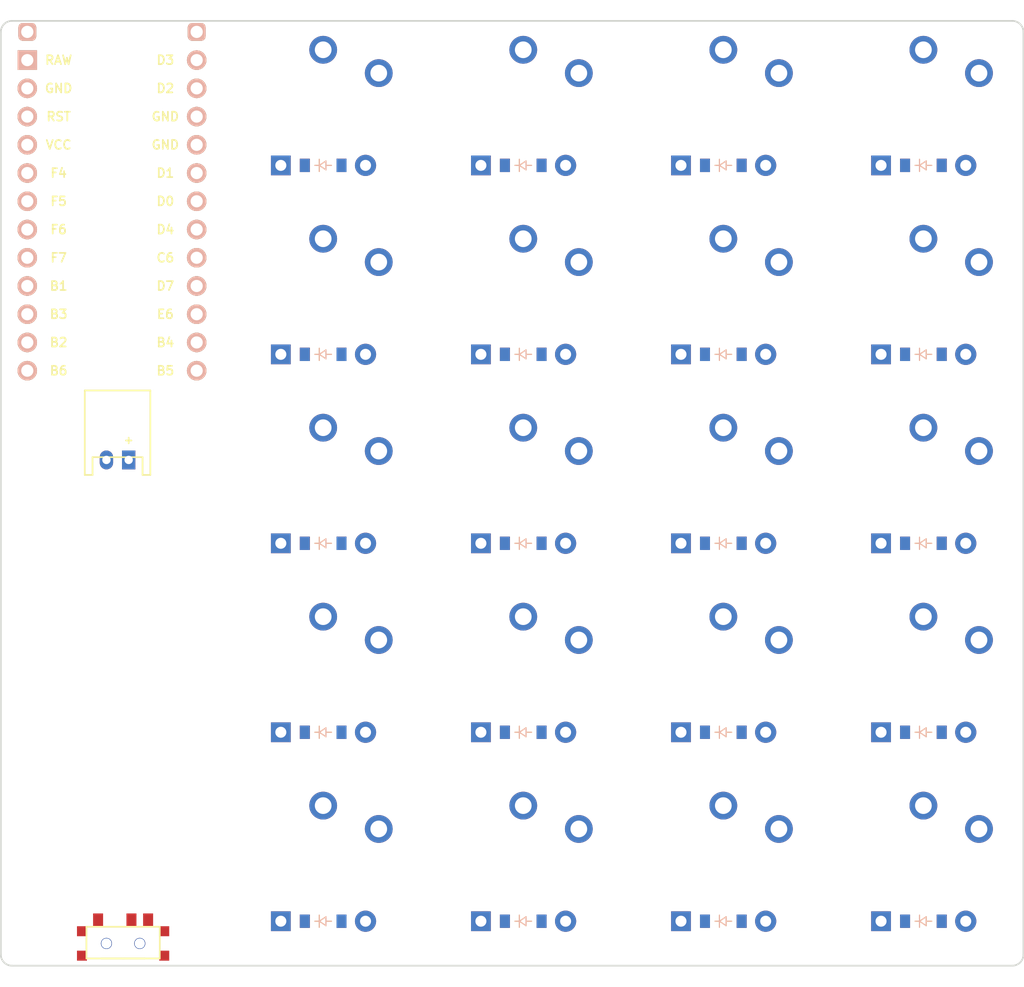
<source format=kicad_pcb>

            
(kicad_pcb (version 20171130) (host pcbnew 5.1.6)

  (page A3)
  (title_block
    (title lisa)
    (rev v1.0.0)
    (company Unknown)
  )

  (general
    (thickness 1.6)
  )

  (layers
    (0 F.Cu signal)
    (31 B.Cu signal)
    (32 B.Adhes user)
    (33 F.Adhes user)
    (34 B.Paste user)
    (35 F.Paste user)
    (36 B.SilkS user)
    (37 F.SilkS user)
    (38 B.Mask user)
    (39 F.Mask user)
    (40 Dwgs.User user)
    (41 Cmts.User user)
    (42 Eco1.User user)
    (43 Eco2.User user)
    (44 Edge.Cuts user)
    (45 Margin user)
    (46 B.CrtYd user)
    (47 F.CrtYd user)
    (48 B.Fab user)
    (49 F.Fab user)
  )

  (setup
    (last_trace_width 0.25)
    (trace_clearance 0.2)
    (zone_clearance 0.508)
    (zone_45_only no)
    (trace_min 0.2)
    (via_size 0.8)
    (via_drill 0.4)
    (via_min_size 0.4)
    (via_min_drill 0.3)
    (uvia_size 0.3)
    (uvia_drill 0.1)
    (uvias_allowed no)
    (uvia_min_size 0.2)
    (uvia_min_drill 0.1)
    (edge_width 0.05)
    (segment_width 0.2)
    (pcb_text_width 0.3)
    (pcb_text_size 1.5 1.5)
    (mod_edge_width 0.12)
    (mod_text_size 1 1)
    (mod_text_width 0.15)
    (pad_size 1.524 1.524)
    (pad_drill 0.762)
    (pad_to_mask_clearance 0.05)
    (aux_axis_origin 0 0)
    (visible_elements FFFFFF7F)
    (pcbplotparams
      (layerselection 0x010fc_ffffffff)
      (usegerberextensions false)
      (usegerberattributes true)
      (usegerberadvancedattributes true)
      (creategerberjobfile true)
      (excludeedgelayer true)
      (linewidth 0.100000)
      (plotframeref false)
      (viasonmask false)
      (mode 1)
      (useauxorigin false)
      (hpglpennumber 1)
      (hpglpenspeed 20)
      (hpglpendiameter 15.000000)
      (psnegative false)
      (psa4output false)
      (plotreference true)
      (plotvalue true)
      (plotinvisibletext false)
      (padsonsilk false)
      (subtractmaskfromsilk false)
      (outputformat 1)
      (mirror false)
      (drillshape 1)
      (scaleselection 1)
      (outputdirectory ""))
  )

            (net 0 "")
(net 1 "one_first")
(net 2 "E6")
(net 3 "B4")
(net 4 "one_second")
(net 5 "D0")
(net 6 "one_third")
(net 7 "D1")
(net 8 "one_fourth")
(net 9 "D2")
(net 10 "one_fifth")
(net 11 "D3")
(net 12 "two_first")
(net 13 "D7")
(net 14 "two_second")
(net 15 "two_third")
(net 16 "two_fourth")
(net 17 "two_fifth")
(net 18 "three_first")
(net 19 "C6")
(net 20 "three_second")
(net 21 "three_third")
(net 22 "three_fourth")
(net 23 "three_fifth")
(net 24 "four_first")
(net 25 "D4")
(net 26 "four_second")
(net 27 "four_third")
(net 28 "four_fourth")
(net 29 "four_fifth")
(net 30 "RAW")
(net 31 "GND")
(net 32 "RST")
(net 33 "VCC")
(net 34 "F4")
(net 35 "F5")
(net 36 "F6")
(net 37 "F7")
(net 38 "B1")
(net 39 "B3")
(net 40 "B2")
(net 41 "B6")
(net 42 "B5")
(net 43 "Bplus")
(net 44 "Bminus")
(net 45 "BAT")
            
  (net_class Default "This is the default net class."
    (clearance 0.2)
    (trace_width 0.25)
    (via_dia 0.8)
    (via_drill 0.4)
    (uvia_dia 0.3)
    (uvia_drill 0.1)
    (add_net "")
(add_net "one_first")
(add_net "E6")
(add_net "B4")
(add_net "one_second")
(add_net "D0")
(add_net "one_third")
(add_net "D1")
(add_net "one_fourth")
(add_net "D2")
(add_net "one_fifth")
(add_net "D3")
(add_net "two_first")
(add_net "D7")
(add_net "two_second")
(add_net "two_third")
(add_net "two_fourth")
(add_net "two_fifth")
(add_net "three_first")
(add_net "C6")
(add_net "three_second")
(add_net "three_third")
(add_net "three_fourth")
(add_net "three_fifth")
(add_net "four_first")
(add_net "D4")
(add_net "four_second")
(add_net "four_third")
(add_net "four_fourth")
(add_net "four_fifth")
(add_net "RAW")
(add_net "GND")
(add_net "RST")
(add_net "VCC")
(add_net "F4")
(add_net "F5")
(add_net "F6")
(add_net "F7")
(add_net "B1")
(add_net "B3")
(add_net "B2")
(add_net "B6")
(add_net "B5")
(add_net "Bplus")
(add_net "Bminus")
(add_net "BAT")
  )

            
        
      (module PG1350 (layer F.Cu) (tedit 5DD50112)
      (at 0 0 0)

      
      (fp_text reference "S1" (at 0 0) (layer F.SilkS) hide (effects (font (size 1.27 1.27) (thickness 0.15))))
      (fp_text value "" (at 0 0) (layer F.SilkS) hide (effects (font (size 1.27 1.27) (thickness 0.15))))

      
      (fp_line (start -7 -6) (end -7 -7) (layer Dwgs.User) (width 0.15))
      (fp_line (start -7 7) (end -6 7) (layer Dwgs.User) (width 0.15))
      (fp_line (start -6 -7) (end -7 -7) (layer Dwgs.User) (width 0.15))
      (fp_line (start -7 7) (end -7 6) (layer Dwgs.User) (width 0.15))
      (fp_line (start 7 6) (end 7 7) (layer Dwgs.User) (width 0.15))
      (fp_line (start 7 -7) (end 6 -7) (layer Dwgs.User) (width 0.15))
      (fp_line (start 6 7) (end 7 7) (layer Dwgs.User) (width 0.15))
      (fp_line (start 7 -7) (end 7 -6) (layer Dwgs.User) (width 0.15))      
      
      
      (pad "" np_thru_hole circle (at 0 0) (size 3.429 3.429) (drill 3.429) (layers *.Cu *.Mask))
        
      
      (pad "" np_thru_hole circle (at 5.5 0) (size 1.7018 1.7018) (drill 1.7018) (layers *.Cu *.Mask))
      (pad "" np_thru_hole circle (at -5.5 0) (size 1.7018 1.7018) (drill 1.7018) (layers *.Cu *.Mask))
      
        
      
      (fp_line (start -9 -8.5) (end 9 -8.5) (layer Dwgs.User) (width 0.15))
      (fp_line (start 9 -8.5) (end 9 8.5) (layer Dwgs.User) (width 0.15))
      (fp_line (start 9 8.5) (end -9 8.5) (layer Dwgs.User) (width 0.15))
      (fp_line (start -9 8.5) (end -9 -8.5) (layer Dwgs.User) (width 0.15))
      
        
            
            (pad 1 thru_hole circle (at 5 -3.8) (size 2.5 2.5) (drill 1.5) (layers *.Cu *.Mask) (net 1 "one_first"))
            (pad 2 thru_hole circle (at 0 -5.9) (size 2.5 2.5) (drill 1.5) (layers *.Cu *.Mask) (net 2 "E6"))
          )
        
(module ComboDiode (layer F.Cu) (tedit 5B24D78E)
        (at 0 4.5 0)
        
        (fp_text reference "D1" (at 0 0) (layer F.SilkS) hide (effects (font (size 1.27 1.27) (thickness 0.15))))
        (fp_text value "" (at 0 0) (layer F.SilkS) hide (effects (font (size 1.27 1.27) (thickness 0.15))))
        
    
            
        (fp_line (start 0.25 0) (end 0.75 0) (layer F.SilkS) (width 0.1))
        (fp_line (start 0.25 0.4) (end -0.35 0) (layer F.SilkS) (width 0.1))
        (fp_line (start 0.25 -0.4) (end 0.25 0.4) (layer F.SilkS) (width 0.1))
        (fp_line (start -0.35 0) (end 0.25 -0.4) (layer F.SilkS) (width 0.1))
        (fp_line (start -0.35 0) (end -0.35 0.55) (layer F.SilkS) (width 0.1))
        (fp_line (start -0.35 0) (end -0.35 -0.55) (layer F.SilkS) (width 0.1))
        (fp_line (start -0.75 0) (end -0.35 0) (layer F.SilkS) (width 0.1))
        (pad 1 smd rect(at -1.65 0 0)(size 0.9 1.2)(layers F.Cu F.Paste F.Mask) (net 3 "B4"))
        (pad 2 smd rect(at 1.65 0 0)(size 0.9 1.2)(layers F.Cu F.Paste F.Mask) (net 1 "one_first"))
        
            
    
        (fp_line (start 0.25 0) (end 0.75 0) (layer B.SilkS) (width 0.1))
        (fp_line (start 0.25 0.4) (end -0.35 0) (layer B.SilkS) (width 0.1))
        (fp_line (start 0.25 -0.4) (end 0.25 0.4) (layer B.SilkS) (width 0.1))
        (fp_line (start -0.35 0) (end 0.25 -0.4) (layer B.SilkS) (width 0.1))
        (fp_line (start -0.35 0) (end -0.35 0.55) (layer B.SilkS) (width 0.1))
        (fp_line (start -0.35 0) (end -0.35 -0.55) (layer B.SilkS) (width 0.1))
        (fp_line (start -0.75 0) (end -0.35 0) (layer B.SilkS) (width 0.1))        
        (pad 1 smd rect(at -1.65 0 0)(size 0.9 1.2)(layers B.Cu B.Paste B.Mask) (net 3 "B4"))
        (pad 2 smd rect(at 1.65 0 0)(size 0.9 1.2)(layers B.Cu B.Paste B.Mask) (net 1 "one_first"))
            
        (pad 1 thru_hole circle (at 3.81 0 0) (size 1.905 1.905) (drill 0.9906) (layers *.Cu *.Mask) (net 1 "one_first"))
        (pad 2 thru_hole rect (at -3.81 0 0) (size 1.778 1.778) (drill 0.9906) (layers *.Cu *.Mask) (net 3 "B4"))
        
            
        )

        
      (module PG1350 (layer F.Cu) (tedit 5DD50112)
      (at 0 -17 0)

      
      (fp_text reference "S2" (at 0 0) (layer F.SilkS) hide (effects (font (size 1.27 1.27) (thickness 0.15))))
      (fp_text value "" (at 0 0) (layer F.SilkS) hide (effects (font (size 1.27 1.27) (thickness 0.15))))

      
      (fp_line (start -7 -6) (end -7 -7) (layer Dwgs.User) (width 0.15))
      (fp_line (start -7 7) (end -6 7) (layer Dwgs.User) (width 0.15))
      (fp_line (start -6 -7) (end -7 -7) (layer Dwgs.User) (width 0.15))
      (fp_line (start -7 7) (end -7 6) (layer Dwgs.User) (width 0.15))
      (fp_line (start 7 6) (end 7 7) (layer Dwgs.User) (width 0.15))
      (fp_line (start 7 -7) (end 6 -7) (layer Dwgs.User) (width 0.15))
      (fp_line (start 6 7) (end 7 7) (layer Dwgs.User) (width 0.15))
      (fp_line (start 7 -7) (end 7 -6) (layer Dwgs.User) (width 0.15))      
      
      
      (pad "" np_thru_hole circle (at 0 0) (size 3.429 3.429) (drill 3.429) (layers *.Cu *.Mask))
        
      
      (pad "" np_thru_hole circle (at 5.5 0) (size 1.7018 1.7018) (drill 1.7018) (layers *.Cu *.Mask))
      (pad "" np_thru_hole circle (at -5.5 0) (size 1.7018 1.7018) (drill 1.7018) (layers *.Cu *.Mask))
      
        
      
      (fp_line (start -9 -8.5) (end 9 -8.5) (layer Dwgs.User) (width 0.15))
      (fp_line (start 9 -8.5) (end 9 8.5) (layer Dwgs.User) (width 0.15))
      (fp_line (start 9 8.5) (end -9 8.5) (layer Dwgs.User) (width 0.15))
      (fp_line (start -9 8.5) (end -9 -8.5) (layer Dwgs.User) (width 0.15))
      
        
            
            (pad 1 thru_hole circle (at 5 -3.8) (size 2.5 2.5) (drill 1.5) (layers *.Cu *.Mask) (net 4 "one_second"))
            (pad 2 thru_hole circle (at 0 -5.9) (size 2.5 2.5) (drill 1.5) (layers *.Cu *.Mask) (net 2 "E6"))
          )
        
(module ComboDiode (layer F.Cu) (tedit 5B24D78E)
        (at 0 -12.5 0)
        
        (fp_text reference "D2" (at 0 0) (layer F.SilkS) hide (effects (font (size 1.27 1.27) (thickness 0.15))))
        (fp_text value "" (at 0 0) (layer F.SilkS) hide (effects (font (size 1.27 1.27) (thickness 0.15))))
        
    
            
        (fp_line (start 0.25 0) (end 0.75 0) (layer F.SilkS) (width 0.1))
        (fp_line (start 0.25 0.4) (end -0.35 0) (layer F.SilkS) (width 0.1))
        (fp_line (start 0.25 -0.4) (end 0.25 0.4) (layer F.SilkS) (width 0.1))
        (fp_line (start -0.35 0) (end 0.25 -0.4) (layer F.SilkS) (width 0.1))
        (fp_line (start -0.35 0) (end -0.35 0.55) (layer F.SilkS) (width 0.1))
        (fp_line (start -0.35 0) (end -0.35 -0.55) (layer F.SilkS) (width 0.1))
        (fp_line (start -0.75 0) (end -0.35 0) (layer F.SilkS) (width 0.1))
        (pad 1 smd rect(at -1.65 0 0)(size 0.9 1.2)(layers F.Cu F.Paste F.Mask) (net 5 "D0"))
        (pad 2 smd rect(at 1.65 0 0)(size 0.9 1.2)(layers F.Cu F.Paste F.Mask) (net 4 "one_second"))
        
            
    
        (fp_line (start 0.25 0) (end 0.75 0) (layer B.SilkS) (width 0.1))
        (fp_line (start 0.25 0.4) (end -0.35 0) (layer B.SilkS) (width 0.1))
        (fp_line (start 0.25 -0.4) (end 0.25 0.4) (layer B.SilkS) (width 0.1))
        (fp_line (start -0.35 0) (end 0.25 -0.4) (layer B.SilkS) (width 0.1))
        (fp_line (start -0.35 0) (end -0.35 0.55) (layer B.SilkS) (width 0.1))
        (fp_line (start -0.35 0) (end -0.35 -0.55) (layer B.SilkS) (width 0.1))
        (fp_line (start -0.75 0) (end -0.35 0) (layer B.SilkS) (width 0.1))        
        (pad 1 smd rect(at -1.65 0 0)(size 0.9 1.2)(layers B.Cu B.Paste B.Mask) (net 5 "D0"))
        (pad 2 smd rect(at 1.65 0 0)(size 0.9 1.2)(layers B.Cu B.Paste B.Mask) (net 4 "one_second"))
            
        (pad 1 thru_hole circle (at 3.81 0 0) (size 1.905 1.905) (drill 0.9906) (layers *.Cu *.Mask) (net 4 "one_second"))
        (pad 2 thru_hole rect (at -3.81 0 0) (size 1.778 1.778) (drill 0.9906) (layers *.Cu *.Mask) (net 5 "D0"))
        
            
        )

        
      (module PG1350 (layer F.Cu) (tedit 5DD50112)
      (at 0 -34 0)

      
      (fp_text reference "S3" (at 0 0) (layer F.SilkS) hide (effects (font (size 1.27 1.27) (thickness 0.15))))
      (fp_text value "" (at 0 0) (layer F.SilkS) hide (effects (font (size 1.27 1.27) (thickness 0.15))))

      
      (fp_line (start -7 -6) (end -7 -7) (layer Dwgs.User) (width 0.15))
      (fp_line (start -7 7) (end -6 7) (layer Dwgs.User) (width 0.15))
      (fp_line (start -6 -7) (end -7 -7) (layer Dwgs.User) (width 0.15))
      (fp_line (start -7 7) (end -7 6) (layer Dwgs.User) (width 0.15))
      (fp_line (start 7 6) (end 7 7) (layer Dwgs.User) (width 0.15))
      (fp_line (start 7 -7) (end 6 -7) (layer Dwgs.User) (width 0.15))
      (fp_line (start 6 7) (end 7 7) (layer Dwgs.User) (width 0.15))
      (fp_line (start 7 -7) (end 7 -6) (layer Dwgs.User) (width 0.15))      
      
      
      (pad "" np_thru_hole circle (at 0 0) (size 3.429 3.429) (drill 3.429) (layers *.Cu *.Mask))
        
      
      (pad "" np_thru_hole circle (at 5.5 0) (size 1.7018 1.7018) (drill 1.7018) (layers *.Cu *.Mask))
      (pad "" np_thru_hole circle (at -5.5 0) (size 1.7018 1.7018) (drill 1.7018) (layers *.Cu *.Mask))
      
        
      
      (fp_line (start -9 -8.5) (end 9 -8.5) (layer Dwgs.User) (width 0.15))
      (fp_line (start 9 -8.5) (end 9 8.5) (layer Dwgs.User) (width 0.15))
      (fp_line (start 9 8.5) (end -9 8.5) (layer Dwgs.User) (width 0.15))
      (fp_line (start -9 8.5) (end -9 -8.5) (layer Dwgs.User) (width 0.15))
      
        
            
            (pad 1 thru_hole circle (at 5 -3.8) (size 2.5 2.5) (drill 1.5) (layers *.Cu *.Mask) (net 6 "one_third"))
            (pad 2 thru_hole circle (at 0 -5.9) (size 2.5 2.5) (drill 1.5) (layers *.Cu *.Mask) (net 2 "E6"))
          )
        
(module ComboDiode (layer F.Cu) (tedit 5B24D78E)
        (at 0 -29.5 0)
        
        (fp_text reference "D3" (at 0 0) (layer F.SilkS) hide (effects (font (size 1.27 1.27) (thickness 0.15))))
        (fp_text value "" (at 0 0) (layer F.SilkS) hide (effects (font (size 1.27 1.27) (thickness 0.15))))
        
    
            
        (fp_line (start 0.25 0) (end 0.75 0) (layer F.SilkS) (width 0.1))
        (fp_line (start 0.25 0.4) (end -0.35 0) (layer F.SilkS) (width 0.1))
        (fp_line (start 0.25 -0.4) (end 0.25 0.4) (layer F.SilkS) (width 0.1))
        (fp_line (start -0.35 0) (end 0.25 -0.4) (layer F.SilkS) (width 0.1))
        (fp_line (start -0.35 0) (end -0.35 0.55) (layer F.SilkS) (width 0.1))
        (fp_line (start -0.35 0) (end -0.35 -0.55) (layer F.SilkS) (width 0.1))
        (fp_line (start -0.75 0) (end -0.35 0) (layer F.SilkS) (width 0.1))
        (pad 1 smd rect(at -1.65 0 0)(size 0.9 1.2)(layers F.Cu F.Paste F.Mask) (net 7 "D1"))
        (pad 2 smd rect(at 1.65 0 0)(size 0.9 1.2)(layers F.Cu F.Paste F.Mask) (net 6 "one_third"))
        
            
    
        (fp_line (start 0.25 0) (end 0.75 0) (layer B.SilkS) (width 0.1))
        (fp_line (start 0.25 0.4) (end -0.35 0) (layer B.SilkS) (width 0.1))
        (fp_line (start 0.25 -0.4) (end 0.25 0.4) (layer B.SilkS) (width 0.1))
        (fp_line (start -0.35 0) (end 0.25 -0.4) (layer B.SilkS) (width 0.1))
        (fp_line (start -0.35 0) (end -0.35 0.55) (layer B.SilkS) (width 0.1))
        (fp_line (start -0.35 0) (end -0.35 -0.55) (layer B.SilkS) (width 0.1))
        (fp_line (start -0.75 0) (end -0.35 0) (layer B.SilkS) (width 0.1))        
        (pad 1 smd rect(at -1.65 0 0)(size 0.9 1.2)(layers B.Cu B.Paste B.Mask) (net 7 "D1"))
        (pad 2 smd rect(at 1.65 0 0)(size 0.9 1.2)(layers B.Cu B.Paste B.Mask) (net 6 "one_third"))
            
        (pad 1 thru_hole circle (at 3.81 0 0) (size 1.905 1.905) (drill 0.9906) (layers *.Cu *.Mask) (net 6 "one_third"))
        (pad 2 thru_hole rect (at -3.81 0 0) (size 1.778 1.778) (drill 0.9906) (layers *.Cu *.Mask) (net 7 "D1"))
        
            
        )

        
      (module PG1350 (layer F.Cu) (tedit 5DD50112)
      (at 0 -51 0)

      
      (fp_text reference "S4" (at 0 0) (layer F.SilkS) hide (effects (font (size 1.27 1.27) (thickness 0.15))))
      (fp_text value "" (at 0 0) (layer F.SilkS) hide (effects (font (size 1.27 1.27) (thickness 0.15))))

      
      (fp_line (start -7 -6) (end -7 -7) (layer Dwgs.User) (width 0.15))
      (fp_line (start -7 7) (end -6 7) (layer Dwgs.User) (width 0.15))
      (fp_line (start -6 -7) (end -7 -7) (layer Dwgs.User) (width 0.15))
      (fp_line (start -7 7) (end -7 6) (layer Dwgs.User) (width 0.15))
      (fp_line (start 7 6) (end 7 7) (layer Dwgs.User) (width 0.15))
      (fp_line (start 7 -7) (end 6 -7) (layer Dwgs.User) (width 0.15))
      (fp_line (start 6 7) (end 7 7) (layer Dwgs.User) (width 0.15))
      (fp_line (start 7 -7) (end 7 -6) (layer Dwgs.User) (width 0.15))      
      
      
      (pad "" np_thru_hole circle (at 0 0) (size 3.429 3.429) (drill 3.429) (layers *.Cu *.Mask))
        
      
      (pad "" np_thru_hole circle (at 5.5 0) (size 1.7018 1.7018) (drill 1.7018) (layers *.Cu *.Mask))
      (pad "" np_thru_hole circle (at -5.5 0) (size 1.7018 1.7018) (drill 1.7018) (layers *.Cu *.Mask))
      
        
      
      (fp_line (start -9 -8.5) (end 9 -8.5) (layer Dwgs.User) (width 0.15))
      (fp_line (start 9 -8.5) (end 9 8.5) (layer Dwgs.User) (width 0.15))
      (fp_line (start 9 8.5) (end -9 8.5) (layer Dwgs.User) (width 0.15))
      (fp_line (start -9 8.5) (end -9 -8.5) (layer Dwgs.User) (width 0.15))
      
        
            
            (pad 1 thru_hole circle (at 5 -3.8) (size 2.5 2.5) (drill 1.5) (layers *.Cu *.Mask) (net 8 "one_fourth"))
            (pad 2 thru_hole circle (at 0 -5.9) (size 2.5 2.5) (drill 1.5) (layers *.Cu *.Mask) (net 2 "E6"))
          )
        
(module ComboDiode (layer F.Cu) (tedit 5B24D78E)
        (at 0 -46.5 0)
        
        (fp_text reference "D4" (at 0 0) (layer F.SilkS) hide (effects (font (size 1.27 1.27) (thickness 0.15))))
        (fp_text value "" (at 0 0) (layer F.SilkS) hide (effects (font (size 1.27 1.27) (thickness 0.15))))
        
    
            
        (fp_line (start 0.25 0) (end 0.75 0) (layer F.SilkS) (width 0.1))
        (fp_line (start 0.25 0.4) (end -0.35 0) (layer F.SilkS) (width 0.1))
        (fp_line (start 0.25 -0.4) (end 0.25 0.4) (layer F.SilkS) (width 0.1))
        (fp_line (start -0.35 0) (end 0.25 -0.4) (layer F.SilkS) (width 0.1))
        (fp_line (start -0.35 0) (end -0.35 0.55) (layer F.SilkS) (width 0.1))
        (fp_line (start -0.35 0) (end -0.35 -0.55) (layer F.SilkS) (width 0.1))
        (fp_line (start -0.75 0) (end -0.35 0) (layer F.SilkS) (width 0.1))
        (pad 1 smd rect(at -1.65 0 0)(size 0.9 1.2)(layers F.Cu F.Paste F.Mask) (net 9 "D2"))
        (pad 2 smd rect(at 1.65 0 0)(size 0.9 1.2)(layers F.Cu F.Paste F.Mask) (net 8 "one_fourth"))
        
            
    
        (fp_line (start 0.25 0) (end 0.75 0) (layer B.SilkS) (width 0.1))
        (fp_line (start 0.25 0.4) (end -0.35 0) (layer B.SilkS) (width 0.1))
        (fp_line (start 0.25 -0.4) (end 0.25 0.4) (layer B.SilkS) (width 0.1))
        (fp_line (start -0.35 0) (end 0.25 -0.4) (layer B.SilkS) (width 0.1))
        (fp_line (start -0.35 0) (end -0.35 0.55) (layer B.SilkS) (width 0.1))
        (fp_line (start -0.35 0) (end -0.35 -0.55) (layer B.SilkS) (width 0.1))
        (fp_line (start -0.75 0) (end -0.35 0) (layer B.SilkS) (width 0.1))        
        (pad 1 smd rect(at -1.65 0 0)(size 0.9 1.2)(layers B.Cu B.Paste B.Mask) (net 9 "D2"))
        (pad 2 smd rect(at 1.65 0 0)(size 0.9 1.2)(layers B.Cu B.Paste B.Mask) (net 8 "one_fourth"))
            
        (pad 1 thru_hole circle (at 3.81 0 0) (size 1.905 1.905) (drill 0.9906) (layers *.Cu *.Mask) (net 8 "one_fourth"))
        (pad 2 thru_hole rect (at -3.81 0 0) (size 1.778 1.778) (drill 0.9906) (layers *.Cu *.Mask) (net 9 "D2"))
        
            
        )

        
      (module PG1350 (layer F.Cu) (tedit 5DD50112)
      (at 0 -68 0)

      
      (fp_text reference "S5" (at 0 0) (layer F.SilkS) hide (effects (font (size 1.27 1.27) (thickness 0.15))))
      (fp_text value "" (at 0 0) (layer F.SilkS) hide (effects (font (size 1.27 1.27) (thickness 0.15))))

      
      (fp_line (start -7 -6) (end -7 -7) (layer Dwgs.User) (width 0.15))
      (fp_line (start -7 7) (end -6 7) (layer Dwgs.User) (width 0.15))
      (fp_line (start -6 -7) (end -7 -7) (layer Dwgs.User) (width 0.15))
      (fp_line (start -7 7) (end -7 6) (layer Dwgs.User) (width 0.15))
      (fp_line (start 7 6) (end 7 7) (layer Dwgs.User) (width 0.15))
      (fp_line (start 7 -7) (end 6 -7) (layer Dwgs.User) (width 0.15))
      (fp_line (start 6 7) (end 7 7) (layer Dwgs.User) (width 0.15))
      (fp_line (start 7 -7) (end 7 -6) (layer Dwgs.User) (width 0.15))      
      
      
      (pad "" np_thru_hole circle (at 0 0) (size 3.429 3.429) (drill 3.429) (layers *.Cu *.Mask))
        
      
      (pad "" np_thru_hole circle (at 5.5 0) (size 1.7018 1.7018) (drill 1.7018) (layers *.Cu *.Mask))
      (pad "" np_thru_hole circle (at -5.5 0) (size 1.7018 1.7018) (drill 1.7018) (layers *.Cu *.Mask))
      
        
      
      (fp_line (start -9 -8.5) (end 9 -8.5) (layer Dwgs.User) (width 0.15))
      (fp_line (start 9 -8.5) (end 9 8.5) (layer Dwgs.User) (width 0.15))
      (fp_line (start 9 8.5) (end -9 8.5) (layer Dwgs.User) (width 0.15))
      (fp_line (start -9 8.5) (end -9 -8.5) (layer Dwgs.User) (width 0.15))
      
        
            
            (pad 1 thru_hole circle (at 5 -3.8) (size 2.5 2.5) (drill 1.5) (layers *.Cu *.Mask) (net 10 "one_fifth"))
            (pad 2 thru_hole circle (at 0 -5.9) (size 2.5 2.5) (drill 1.5) (layers *.Cu *.Mask) (net 2 "E6"))
          )
        
(module ComboDiode (layer F.Cu) (tedit 5B24D78E)
        (at 0 -63.5 0)
        
        (fp_text reference "D5" (at 0 0) (layer F.SilkS) hide (effects (font (size 1.27 1.27) (thickness 0.15))))
        (fp_text value "" (at 0 0) (layer F.SilkS) hide (effects (font (size 1.27 1.27) (thickness 0.15))))
        
    
            
        (fp_line (start 0.25 0) (end 0.75 0) (layer F.SilkS) (width 0.1))
        (fp_line (start 0.25 0.4) (end -0.35 0) (layer F.SilkS) (width 0.1))
        (fp_line (start 0.25 -0.4) (end 0.25 0.4) (layer F.SilkS) (width 0.1))
        (fp_line (start -0.35 0) (end 0.25 -0.4) (layer F.SilkS) (width 0.1))
        (fp_line (start -0.35 0) (end -0.35 0.55) (layer F.SilkS) (width 0.1))
        (fp_line (start -0.35 0) (end -0.35 -0.55) (layer F.SilkS) (width 0.1))
        (fp_line (start -0.75 0) (end -0.35 0) (layer F.SilkS) (width 0.1))
        (pad 1 smd rect(at -1.65 0 0)(size 0.9 1.2)(layers F.Cu F.Paste F.Mask) (net 11 "D3"))
        (pad 2 smd rect(at 1.65 0 0)(size 0.9 1.2)(layers F.Cu F.Paste F.Mask) (net 10 "one_fifth"))
        
            
    
        (fp_line (start 0.25 0) (end 0.75 0) (layer B.SilkS) (width 0.1))
        (fp_line (start 0.25 0.4) (end -0.35 0) (layer B.SilkS) (width 0.1))
        (fp_line (start 0.25 -0.4) (end 0.25 0.4) (layer B.SilkS) (width 0.1))
        (fp_line (start -0.35 0) (end 0.25 -0.4) (layer B.SilkS) (width 0.1))
        (fp_line (start -0.35 0) (end -0.35 0.55) (layer B.SilkS) (width 0.1))
        (fp_line (start -0.35 0) (end -0.35 -0.55) (layer B.SilkS) (width 0.1))
        (fp_line (start -0.75 0) (end -0.35 0) (layer B.SilkS) (width 0.1))        
        (pad 1 smd rect(at -1.65 0 0)(size 0.9 1.2)(layers B.Cu B.Paste B.Mask) (net 11 "D3"))
        (pad 2 smd rect(at 1.65 0 0)(size 0.9 1.2)(layers B.Cu B.Paste B.Mask) (net 10 "one_fifth"))
            
        (pad 1 thru_hole circle (at 3.81 0 0) (size 1.905 1.905) (drill 0.9906) (layers *.Cu *.Mask) (net 10 "one_fifth"))
        (pad 2 thru_hole rect (at -3.81 0 0) (size 1.778 1.778) (drill 0.9906) (layers *.Cu *.Mask) (net 11 "D3"))
        
            
        )

        
      (module PG1350 (layer F.Cu) (tedit 5DD50112)
      (at 18 0 0)

      
      (fp_text reference "S6" (at 0 0) (layer F.SilkS) hide (effects (font (size 1.27 1.27) (thickness 0.15))))
      (fp_text value "" (at 0 0) (layer F.SilkS) hide (effects (font (size 1.27 1.27) (thickness 0.15))))

      
      (fp_line (start -7 -6) (end -7 -7) (layer Dwgs.User) (width 0.15))
      (fp_line (start -7 7) (end -6 7) (layer Dwgs.User) (width 0.15))
      (fp_line (start -6 -7) (end -7 -7) (layer Dwgs.User) (width 0.15))
      (fp_line (start -7 7) (end -7 6) (layer Dwgs.User) (width 0.15))
      (fp_line (start 7 6) (end 7 7) (layer Dwgs.User) (width 0.15))
      (fp_line (start 7 -7) (end 6 -7) (layer Dwgs.User) (width 0.15))
      (fp_line (start 6 7) (end 7 7) (layer Dwgs.User) (width 0.15))
      (fp_line (start 7 -7) (end 7 -6) (layer Dwgs.User) (width 0.15))      
      
      
      (pad "" np_thru_hole circle (at 0 0) (size 3.429 3.429) (drill 3.429) (layers *.Cu *.Mask))
        
      
      (pad "" np_thru_hole circle (at 5.5 0) (size 1.7018 1.7018) (drill 1.7018) (layers *.Cu *.Mask))
      (pad "" np_thru_hole circle (at -5.5 0) (size 1.7018 1.7018) (drill 1.7018) (layers *.Cu *.Mask))
      
        
      
      (fp_line (start -9 -8.5) (end 9 -8.5) (layer Dwgs.User) (width 0.15))
      (fp_line (start 9 -8.5) (end 9 8.5) (layer Dwgs.User) (width 0.15))
      (fp_line (start 9 8.5) (end -9 8.5) (layer Dwgs.User) (width 0.15))
      (fp_line (start -9 8.5) (end -9 -8.5) (layer Dwgs.User) (width 0.15))
      
        
            
            (pad 1 thru_hole circle (at 5 -3.8) (size 2.5 2.5) (drill 1.5) (layers *.Cu *.Mask) (net 12 "two_first"))
            (pad 2 thru_hole circle (at 0 -5.9) (size 2.5 2.5) (drill 1.5) (layers *.Cu *.Mask) (net 13 "D7"))
          )
        
(module ComboDiode (layer F.Cu) (tedit 5B24D78E)
        (at 18 4.5 0)
        
        (fp_text reference "D6" (at 0 0) (layer F.SilkS) hide (effects (font (size 1.27 1.27) (thickness 0.15))))
        (fp_text value "" (at 0 0) (layer F.SilkS) hide (effects (font (size 1.27 1.27) (thickness 0.15))))
        
    
            
        (fp_line (start 0.25 0) (end 0.75 0) (layer F.SilkS) (width 0.1))
        (fp_line (start 0.25 0.4) (end -0.35 0) (layer F.SilkS) (width 0.1))
        (fp_line (start 0.25 -0.4) (end 0.25 0.4) (layer F.SilkS) (width 0.1))
        (fp_line (start -0.35 0) (end 0.25 -0.4) (layer F.SilkS) (width 0.1))
        (fp_line (start -0.35 0) (end -0.35 0.55) (layer F.SilkS) (width 0.1))
        (fp_line (start -0.35 0) (end -0.35 -0.55) (layer F.SilkS) (width 0.1))
        (fp_line (start -0.75 0) (end -0.35 0) (layer F.SilkS) (width 0.1))
        (pad 1 smd rect(at -1.65 0 0)(size 0.9 1.2)(layers F.Cu F.Paste F.Mask) (net 3 "B4"))
        (pad 2 smd rect(at 1.65 0 0)(size 0.9 1.2)(layers F.Cu F.Paste F.Mask) (net 12 "two_first"))
        
            
    
        (fp_line (start 0.25 0) (end 0.75 0) (layer B.SilkS) (width 0.1))
        (fp_line (start 0.25 0.4) (end -0.35 0) (layer B.SilkS) (width 0.1))
        (fp_line (start 0.25 -0.4) (end 0.25 0.4) (layer B.SilkS) (width 0.1))
        (fp_line (start -0.35 0) (end 0.25 -0.4) (layer B.SilkS) (width 0.1))
        (fp_line (start -0.35 0) (end -0.35 0.55) (layer B.SilkS) (width 0.1))
        (fp_line (start -0.35 0) (end -0.35 -0.55) (layer B.SilkS) (width 0.1))
        (fp_line (start -0.75 0) (end -0.35 0) (layer B.SilkS) (width 0.1))        
        (pad 1 smd rect(at -1.65 0 0)(size 0.9 1.2)(layers B.Cu B.Paste B.Mask) (net 3 "B4"))
        (pad 2 smd rect(at 1.65 0 0)(size 0.9 1.2)(layers B.Cu B.Paste B.Mask) (net 12 "two_first"))
            
        (pad 1 thru_hole circle (at 3.81 0 0) (size 1.905 1.905) (drill 0.9906) (layers *.Cu *.Mask) (net 12 "two_first"))
        (pad 2 thru_hole rect (at -3.81 0 0) (size 1.778 1.778) (drill 0.9906) (layers *.Cu *.Mask) (net 3 "B4"))
        
            
        )

        
      (module PG1350 (layer F.Cu) (tedit 5DD50112)
      (at 18 -17 0)

      
      (fp_text reference "S7" (at 0 0) (layer F.SilkS) hide (effects (font (size 1.27 1.27) (thickness 0.15))))
      (fp_text value "" (at 0 0) (layer F.SilkS) hide (effects (font (size 1.27 1.27) (thickness 0.15))))

      
      (fp_line (start -7 -6) (end -7 -7) (layer Dwgs.User) (width 0.15))
      (fp_line (start -7 7) (end -6 7) (layer Dwgs.User) (width 0.15))
      (fp_line (start -6 -7) (end -7 -7) (layer Dwgs.User) (width 0.15))
      (fp_line (start -7 7) (end -7 6) (layer Dwgs.User) (width 0.15))
      (fp_line (start 7 6) (end 7 7) (layer Dwgs.User) (width 0.15))
      (fp_line (start 7 -7) (end 6 -7) (layer Dwgs.User) (width 0.15))
      (fp_line (start 6 7) (end 7 7) (layer Dwgs.User) (width 0.15))
      (fp_line (start 7 -7) (end 7 -6) (layer Dwgs.User) (width 0.15))      
      
      
      (pad "" np_thru_hole circle (at 0 0) (size 3.429 3.429) (drill 3.429) (layers *.Cu *.Mask))
        
      
      (pad "" np_thru_hole circle (at 5.5 0) (size 1.7018 1.7018) (drill 1.7018) (layers *.Cu *.Mask))
      (pad "" np_thru_hole circle (at -5.5 0) (size 1.7018 1.7018) (drill 1.7018) (layers *.Cu *.Mask))
      
        
      
      (fp_line (start -9 -8.5) (end 9 -8.5) (layer Dwgs.User) (width 0.15))
      (fp_line (start 9 -8.5) (end 9 8.5) (layer Dwgs.User) (width 0.15))
      (fp_line (start 9 8.5) (end -9 8.5) (layer Dwgs.User) (width 0.15))
      (fp_line (start -9 8.5) (end -9 -8.5) (layer Dwgs.User) (width 0.15))
      
        
            
            (pad 1 thru_hole circle (at 5 -3.8) (size 2.5 2.5) (drill 1.5) (layers *.Cu *.Mask) (net 14 "two_second"))
            (pad 2 thru_hole circle (at 0 -5.9) (size 2.5 2.5) (drill 1.5) (layers *.Cu *.Mask) (net 13 "D7"))
          )
        
(module ComboDiode (layer F.Cu) (tedit 5B24D78E)
        (at 18 -12.5 0)
        
        (fp_text reference "D7" (at 0 0) (layer F.SilkS) hide (effects (font (size 1.27 1.27) (thickness 0.15))))
        (fp_text value "" (at 0 0) (layer F.SilkS) hide (effects (font (size 1.27 1.27) (thickness 0.15))))
        
    
            
        (fp_line (start 0.25 0) (end 0.75 0) (layer F.SilkS) (width 0.1))
        (fp_line (start 0.25 0.4) (end -0.35 0) (layer F.SilkS) (width 0.1))
        (fp_line (start 0.25 -0.4) (end 0.25 0.4) (layer F.SilkS) (width 0.1))
        (fp_line (start -0.35 0) (end 0.25 -0.4) (layer F.SilkS) (width 0.1))
        (fp_line (start -0.35 0) (end -0.35 0.55) (layer F.SilkS) (width 0.1))
        (fp_line (start -0.35 0) (end -0.35 -0.55) (layer F.SilkS) (width 0.1))
        (fp_line (start -0.75 0) (end -0.35 0) (layer F.SilkS) (width 0.1))
        (pad 1 smd rect(at -1.65 0 0)(size 0.9 1.2)(layers F.Cu F.Paste F.Mask) (net 5 "D0"))
        (pad 2 smd rect(at 1.65 0 0)(size 0.9 1.2)(layers F.Cu F.Paste F.Mask) (net 14 "two_second"))
        
            
    
        (fp_line (start 0.25 0) (end 0.75 0) (layer B.SilkS) (width 0.1))
        (fp_line (start 0.25 0.4) (end -0.35 0) (layer B.SilkS) (width 0.1))
        (fp_line (start 0.25 -0.4) (end 0.25 0.4) (layer B.SilkS) (width 0.1))
        (fp_line (start -0.35 0) (end 0.25 -0.4) (layer B.SilkS) (width 0.1))
        (fp_line (start -0.35 0) (end -0.35 0.55) (layer B.SilkS) (width 0.1))
        (fp_line (start -0.35 0) (end -0.35 -0.55) (layer B.SilkS) (width 0.1))
        (fp_line (start -0.75 0) (end -0.35 0) (layer B.SilkS) (width 0.1))        
        (pad 1 smd rect(at -1.65 0 0)(size 0.9 1.2)(layers B.Cu B.Paste B.Mask) (net 5 "D0"))
        (pad 2 smd rect(at 1.65 0 0)(size 0.9 1.2)(layers B.Cu B.Paste B.Mask) (net 14 "two_second"))
            
        (pad 1 thru_hole circle (at 3.81 0 0) (size 1.905 1.905) (drill 0.9906) (layers *.Cu *.Mask) (net 14 "two_second"))
        (pad 2 thru_hole rect (at -3.81 0 0) (size 1.778 1.778) (drill 0.9906) (layers *.Cu *.Mask) (net 5 "D0"))
        
            
        )

        
      (module PG1350 (layer F.Cu) (tedit 5DD50112)
      (at 18 -34 0)

      
      (fp_text reference "S8" (at 0 0) (layer F.SilkS) hide (effects (font (size 1.27 1.27) (thickness 0.15))))
      (fp_text value "" (at 0 0) (layer F.SilkS) hide (effects (font (size 1.27 1.27) (thickness 0.15))))

      
      (fp_line (start -7 -6) (end -7 -7) (layer Dwgs.User) (width 0.15))
      (fp_line (start -7 7) (end -6 7) (layer Dwgs.User) (width 0.15))
      (fp_line (start -6 -7) (end -7 -7) (layer Dwgs.User) (width 0.15))
      (fp_line (start -7 7) (end -7 6) (layer Dwgs.User) (width 0.15))
      (fp_line (start 7 6) (end 7 7) (layer Dwgs.User) (width 0.15))
      (fp_line (start 7 -7) (end 6 -7) (layer Dwgs.User) (width 0.15))
      (fp_line (start 6 7) (end 7 7) (layer Dwgs.User) (width 0.15))
      (fp_line (start 7 -7) (end 7 -6) (layer Dwgs.User) (width 0.15))      
      
      
      (pad "" np_thru_hole circle (at 0 0) (size 3.429 3.429) (drill 3.429) (layers *.Cu *.Mask))
        
      
      (pad "" np_thru_hole circle (at 5.5 0) (size 1.7018 1.7018) (drill 1.7018) (layers *.Cu *.Mask))
      (pad "" np_thru_hole circle (at -5.5 0) (size 1.7018 1.7018) (drill 1.7018) (layers *.Cu *.Mask))
      
        
      
      (fp_line (start -9 -8.5) (end 9 -8.5) (layer Dwgs.User) (width 0.15))
      (fp_line (start 9 -8.5) (end 9 8.5) (layer Dwgs.User) (width 0.15))
      (fp_line (start 9 8.5) (end -9 8.5) (layer Dwgs.User) (width 0.15))
      (fp_line (start -9 8.5) (end -9 -8.5) (layer Dwgs.User) (width 0.15))
      
        
            
            (pad 1 thru_hole circle (at 5 -3.8) (size 2.5 2.5) (drill 1.5) (layers *.Cu *.Mask) (net 15 "two_third"))
            (pad 2 thru_hole circle (at 0 -5.9) (size 2.5 2.5) (drill 1.5) (layers *.Cu *.Mask) (net 13 "D7"))
          )
        
(module ComboDiode (layer F.Cu) (tedit 5B24D78E)
        (at 18 -29.5 0)
        
        (fp_text reference "D8" (at 0 0) (layer F.SilkS) hide (effects (font (size 1.27 1.27) (thickness 0.15))))
        (fp_text value "" (at 0 0) (layer F.SilkS) hide (effects (font (size 1.27 1.27) (thickness 0.15))))
        
    
            
        (fp_line (start 0.25 0) (end 0.75 0) (layer F.SilkS) (width 0.1))
        (fp_line (start 0.25 0.4) (end -0.35 0) (layer F.SilkS) (width 0.1))
        (fp_line (start 0.25 -0.4) (end 0.25 0.4) (layer F.SilkS) (width 0.1))
        (fp_line (start -0.35 0) (end 0.25 -0.4) (layer F.SilkS) (width 0.1))
        (fp_line (start -0.35 0) (end -0.35 0.55) (layer F.SilkS) (width 0.1))
        (fp_line (start -0.35 0) (end -0.35 -0.55) (layer F.SilkS) (width 0.1))
        (fp_line (start -0.75 0) (end -0.35 0) (layer F.SilkS) (width 0.1))
        (pad 1 smd rect(at -1.65 0 0)(size 0.9 1.2)(layers F.Cu F.Paste F.Mask) (net 7 "D1"))
        (pad 2 smd rect(at 1.65 0 0)(size 0.9 1.2)(layers F.Cu F.Paste F.Mask) (net 15 "two_third"))
        
            
    
        (fp_line (start 0.25 0) (end 0.75 0) (layer B.SilkS) (width 0.1))
        (fp_line (start 0.25 0.4) (end -0.35 0) (layer B.SilkS) (width 0.1))
        (fp_line (start 0.25 -0.4) (end 0.25 0.4) (layer B.SilkS) (width 0.1))
        (fp_line (start -0.35 0) (end 0.25 -0.4) (layer B.SilkS) (width 0.1))
        (fp_line (start -0.35 0) (end -0.35 0.55) (layer B.SilkS) (width 0.1))
        (fp_line (start -0.35 0) (end -0.35 -0.55) (layer B.SilkS) (width 0.1))
        (fp_line (start -0.75 0) (end -0.35 0) (layer B.SilkS) (width 0.1))        
        (pad 1 smd rect(at -1.65 0 0)(size 0.9 1.2)(layers B.Cu B.Paste B.Mask) (net 7 "D1"))
        (pad 2 smd rect(at 1.65 0 0)(size 0.9 1.2)(layers B.Cu B.Paste B.Mask) (net 15 "two_third"))
            
        (pad 1 thru_hole circle (at 3.81 0 0) (size 1.905 1.905) (drill 0.9906) (layers *.Cu *.Mask) (net 15 "two_third"))
        (pad 2 thru_hole rect (at -3.81 0 0) (size 1.778 1.778) (drill 0.9906) (layers *.Cu *.Mask) (net 7 "D1"))
        
            
        )

        
      (module PG1350 (layer F.Cu) (tedit 5DD50112)
      (at 18 -51 0)

      
      (fp_text reference "S9" (at 0 0) (layer F.SilkS) hide (effects (font (size 1.27 1.27) (thickness 0.15))))
      (fp_text value "" (at 0 0) (layer F.SilkS) hide (effects (font (size 1.27 1.27) (thickness 0.15))))

      
      (fp_line (start -7 -6) (end -7 -7) (layer Dwgs.User) (width 0.15))
      (fp_line (start -7 7) (end -6 7) (layer Dwgs.User) (width 0.15))
      (fp_line (start -6 -7) (end -7 -7) (layer Dwgs.User) (width 0.15))
      (fp_line (start -7 7) (end -7 6) (layer Dwgs.User) (width 0.15))
      (fp_line (start 7 6) (end 7 7) (layer Dwgs.User) (width 0.15))
      (fp_line (start 7 -7) (end 6 -7) (layer Dwgs.User) (width 0.15))
      (fp_line (start 6 7) (end 7 7) (layer Dwgs.User) (width 0.15))
      (fp_line (start 7 -7) (end 7 -6) (layer Dwgs.User) (width 0.15))      
      
      
      (pad "" np_thru_hole circle (at 0 0) (size 3.429 3.429) (drill 3.429) (layers *.Cu *.Mask))
        
      
      (pad "" np_thru_hole circle (at 5.5 0) (size 1.7018 1.7018) (drill 1.7018) (layers *.Cu *.Mask))
      (pad "" np_thru_hole circle (at -5.5 0) (size 1.7018 1.7018) (drill 1.7018) (layers *.Cu *.Mask))
      
        
      
      (fp_line (start -9 -8.5) (end 9 -8.5) (layer Dwgs.User) (width 0.15))
      (fp_line (start 9 -8.5) (end 9 8.5) (layer Dwgs.User) (width 0.15))
      (fp_line (start 9 8.5) (end -9 8.5) (layer Dwgs.User) (width 0.15))
      (fp_line (start -9 8.5) (end -9 -8.5) (layer Dwgs.User) (width 0.15))
      
        
            
            (pad 1 thru_hole circle (at 5 -3.8) (size 2.5 2.5) (drill 1.5) (layers *.Cu *.Mask) (net 16 "two_fourth"))
            (pad 2 thru_hole circle (at 0 -5.9) (size 2.5 2.5) (drill 1.5) (layers *.Cu *.Mask) (net 13 "D7"))
          )
        
(module ComboDiode (layer F.Cu) (tedit 5B24D78E)
        (at 18 -46.5 0)
        
        (fp_text reference "D9" (at 0 0) (layer F.SilkS) hide (effects (font (size 1.27 1.27) (thickness 0.15))))
        (fp_text value "" (at 0 0) (layer F.SilkS) hide (effects (font (size 1.27 1.27) (thickness 0.15))))
        
    
            
        (fp_line (start 0.25 0) (end 0.75 0) (layer F.SilkS) (width 0.1))
        (fp_line (start 0.25 0.4) (end -0.35 0) (layer F.SilkS) (width 0.1))
        (fp_line (start 0.25 -0.4) (end 0.25 0.4) (layer F.SilkS) (width 0.1))
        (fp_line (start -0.35 0) (end 0.25 -0.4) (layer F.SilkS) (width 0.1))
        (fp_line (start -0.35 0) (end -0.35 0.55) (layer F.SilkS) (width 0.1))
        (fp_line (start -0.35 0) (end -0.35 -0.55) (layer F.SilkS) (width 0.1))
        (fp_line (start -0.75 0) (end -0.35 0) (layer F.SilkS) (width 0.1))
        (pad 1 smd rect(at -1.65 0 0)(size 0.9 1.2)(layers F.Cu F.Paste F.Mask) (net 9 "D2"))
        (pad 2 smd rect(at 1.65 0 0)(size 0.9 1.2)(layers F.Cu F.Paste F.Mask) (net 16 "two_fourth"))
        
            
    
        (fp_line (start 0.25 0) (end 0.75 0) (layer B.SilkS) (width 0.1))
        (fp_line (start 0.25 0.4) (end -0.35 0) (layer B.SilkS) (width 0.1))
        (fp_line (start 0.25 -0.4) (end 0.25 0.4) (layer B.SilkS) (width 0.1))
        (fp_line (start -0.35 0) (end 0.25 -0.4) (layer B.SilkS) (width 0.1))
        (fp_line (start -0.35 0) (end -0.35 0.55) (layer B.SilkS) (width 0.1))
        (fp_line (start -0.35 0) (end -0.35 -0.55) (layer B.SilkS) (width 0.1))
        (fp_line (start -0.75 0) (end -0.35 0) (layer B.SilkS) (width 0.1))        
        (pad 1 smd rect(at -1.65 0 0)(size 0.9 1.2)(layers B.Cu B.Paste B.Mask) (net 9 "D2"))
        (pad 2 smd rect(at 1.65 0 0)(size 0.9 1.2)(layers B.Cu B.Paste B.Mask) (net 16 "two_fourth"))
            
        (pad 1 thru_hole circle (at 3.81 0 0) (size 1.905 1.905) (drill 0.9906) (layers *.Cu *.Mask) (net 16 "two_fourth"))
        (pad 2 thru_hole rect (at -3.81 0 0) (size 1.778 1.778) (drill 0.9906) (layers *.Cu *.Mask) (net 9 "D2"))
        
            
        )

        
      (module PG1350 (layer F.Cu) (tedit 5DD50112)
      (at 18 -68 0)

      
      (fp_text reference "S10" (at 0 0) (layer F.SilkS) hide (effects (font (size 1.27 1.27) (thickness 0.15))))
      (fp_text value "" (at 0 0) (layer F.SilkS) hide (effects (font (size 1.27 1.27) (thickness 0.15))))

      
      (fp_line (start -7 -6) (end -7 -7) (layer Dwgs.User) (width 0.15))
      (fp_line (start -7 7) (end -6 7) (layer Dwgs.User) (width 0.15))
      (fp_line (start -6 -7) (end -7 -7) (layer Dwgs.User) (width 0.15))
      (fp_line (start -7 7) (end -7 6) (layer Dwgs.User) (width 0.15))
      (fp_line (start 7 6) (end 7 7) (layer Dwgs.User) (width 0.15))
      (fp_line (start 7 -7) (end 6 -7) (layer Dwgs.User) (width 0.15))
      (fp_line (start 6 7) (end 7 7) (layer Dwgs.User) (width 0.15))
      (fp_line (start 7 -7) (end 7 -6) (layer Dwgs.User) (width 0.15))      
      
      
      (pad "" np_thru_hole circle (at 0 0) (size 3.429 3.429) (drill 3.429) (layers *.Cu *.Mask))
        
      
      (pad "" np_thru_hole circle (at 5.5 0) (size 1.7018 1.7018) (drill 1.7018) (layers *.Cu *.Mask))
      (pad "" np_thru_hole circle (at -5.5 0) (size 1.7018 1.7018) (drill 1.7018) (layers *.Cu *.Mask))
      
        
      
      (fp_line (start -9 -8.5) (end 9 -8.5) (layer Dwgs.User) (width 0.15))
      (fp_line (start 9 -8.5) (end 9 8.5) (layer Dwgs.User) (width 0.15))
      (fp_line (start 9 8.5) (end -9 8.5) (layer Dwgs.User) (width 0.15))
      (fp_line (start -9 8.5) (end -9 -8.5) (layer Dwgs.User) (width 0.15))
      
        
            
            (pad 1 thru_hole circle (at 5 -3.8) (size 2.5 2.5) (drill 1.5) (layers *.Cu *.Mask) (net 17 "two_fifth"))
            (pad 2 thru_hole circle (at 0 -5.9) (size 2.5 2.5) (drill 1.5) (layers *.Cu *.Mask) (net 13 "D7"))
          )
        
(module ComboDiode (layer F.Cu) (tedit 5B24D78E)
        (at 18 -63.5 0)
        
        (fp_text reference "D10" (at 0 0) (layer F.SilkS) hide (effects (font (size 1.27 1.27) (thickness 0.15))))
        (fp_text value "" (at 0 0) (layer F.SilkS) hide (effects (font (size 1.27 1.27) (thickness 0.15))))
        
    
            
        (fp_line (start 0.25 0) (end 0.75 0) (layer F.SilkS) (width 0.1))
        (fp_line (start 0.25 0.4) (end -0.35 0) (layer F.SilkS) (width 0.1))
        (fp_line (start 0.25 -0.4) (end 0.25 0.4) (layer F.SilkS) (width 0.1))
        (fp_line (start -0.35 0) (end 0.25 -0.4) (layer F.SilkS) (width 0.1))
        (fp_line (start -0.35 0) (end -0.35 0.55) (layer F.SilkS) (width 0.1))
        (fp_line (start -0.35 0) (end -0.35 -0.55) (layer F.SilkS) (width 0.1))
        (fp_line (start -0.75 0) (end -0.35 0) (layer F.SilkS) (width 0.1))
        (pad 1 smd rect(at -1.65 0 0)(size 0.9 1.2)(layers F.Cu F.Paste F.Mask) (net 11 "D3"))
        (pad 2 smd rect(at 1.65 0 0)(size 0.9 1.2)(layers F.Cu F.Paste F.Mask) (net 17 "two_fifth"))
        
            
    
        (fp_line (start 0.25 0) (end 0.75 0) (layer B.SilkS) (width 0.1))
        (fp_line (start 0.25 0.4) (end -0.35 0) (layer B.SilkS) (width 0.1))
        (fp_line (start 0.25 -0.4) (end 0.25 0.4) (layer B.SilkS) (width 0.1))
        (fp_line (start -0.35 0) (end 0.25 -0.4) (layer B.SilkS) (width 0.1))
        (fp_line (start -0.35 0) (end -0.35 0.55) (layer B.SilkS) (width 0.1))
        (fp_line (start -0.35 0) (end -0.35 -0.55) (layer B.SilkS) (width 0.1))
        (fp_line (start -0.75 0) (end -0.35 0) (layer B.SilkS) (width 0.1))        
        (pad 1 smd rect(at -1.65 0 0)(size 0.9 1.2)(layers B.Cu B.Paste B.Mask) (net 11 "D3"))
        (pad 2 smd rect(at 1.65 0 0)(size 0.9 1.2)(layers B.Cu B.Paste B.Mask) (net 17 "two_fifth"))
            
        (pad 1 thru_hole circle (at 3.81 0 0) (size 1.905 1.905) (drill 0.9906) (layers *.Cu *.Mask) (net 17 "two_fifth"))
        (pad 2 thru_hole rect (at -3.81 0 0) (size 1.778 1.778) (drill 0.9906) (layers *.Cu *.Mask) (net 11 "D3"))
        
            
        )

        
      (module PG1350 (layer F.Cu) (tedit 5DD50112)
      (at 36 0 0)

      
      (fp_text reference "S11" (at 0 0) (layer F.SilkS) hide (effects (font (size 1.27 1.27) (thickness 0.15))))
      (fp_text value "" (at 0 0) (layer F.SilkS) hide (effects (font (size 1.27 1.27) (thickness 0.15))))

      
      (fp_line (start -7 -6) (end -7 -7) (layer Dwgs.User) (width 0.15))
      (fp_line (start -7 7) (end -6 7) (layer Dwgs.User) (width 0.15))
      (fp_line (start -6 -7) (end -7 -7) (layer Dwgs.User) (width 0.15))
      (fp_line (start -7 7) (end -7 6) (layer Dwgs.User) (width 0.15))
      (fp_line (start 7 6) (end 7 7) (layer Dwgs.User) (width 0.15))
      (fp_line (start 7 -7) (end 6 -7) (layer Dwgs.User) (width 0.15))
      (fp_line (start 6 7) (end 7 7) (layer Dwgs.User) (width 0.15))
      (fp_line (start 7 -7) (end 7 -6) (layer Dwgs.User) (width 0.15))      
      
      
      (pad "" np_thru_hole circle (at 0 0) (size 3.429 3.429) (drill 3.429) (layers *.Cu *.Mask))
        
      
      (pad "" np_thru_hole circle (at 5.5 0) (size 1.7018 1.7018) (drill 1.7018) (layers *.Cu *.Mask))
      (pad "" np_thru_hole circle (at -5.5 0) (size 1.7018 1.7018) (drill 1.7018) (layers *.Cu *.Mask))
      
        
      
      (fp_line (start -9 -8.5) (end 9 -8.5) (layer Dwgs.User) (width 0.15))
      (fp_line (start 9 -8.5) (end 9 8.5) (layer Dwgs.User) (width 0.15))
      (fp_line (start 9 8.5) (end -9 8.5) (layer Dwgs.User) (width 0.15))
      (fp_line (start -9 8.5) (end -9 -8.5) (layer Dwgs.User) (width 0.15))
      
        
            
            (pad 1 thru_hole circle (at 5 -3.8) (size 2.5 2.5) (drill 1.5) (layers *.Cu *.Mask) (net 18 "three_first"))
            (pad 2 thru_hole circle (at 0 -5.9) (size 2.5 2.5) (drill 1.5) (layers *.Cu *.Mask) (net 19 "C6"))
          )
        
(module ComboDiode (layer F.Cu) (tedit 5B24D78E)
        (at 36 4.5 0)
        
        (fp_text reference "D11" (at 0 0) (layer F.SilkS) hide (effects (font (size 1.27 1.27) (thickness 0.15))))
        (fp_text value "" (at 0 0) (layer F.SilkS) hide (effects (font (size 1.27 1.27) (thickness 0.15))))
        
    
            
        (fp_line (start 0.25 0) (end 0.75 0) (layer F.SilkS) (width 0.1))
        (fp_line (start 0.25 0.4) (end -0.35 0) (layer F.SilkS) (width 0.1))
        (fp_line (start 0.25 -0.4) (end 0.25 0.4) (layer F.SilkS) (width 0.1))
        (fp_line (start -0.35 0) (end 0.25 -0.4) (layer F.SilkS) (width 0.1))
        (fp_line (start -0.35 0) (end -0.35 0.55) (layer F.SilkS) (width 0.1))
        (fp_line (start -0.35 0) (end -0.35 -0.55) (layer F.SilkS) (width 0.1))
        (fp_line (start -0.75 0) (end -0.35 0) (layer F.SilkS) (width 0.1))
        (pad 1 smd rect(at -1.65 0 0)(size 0.9 1.2)(layers F.Cu F.Paste F.Mask) (net 3 "B4"))
        (pad 2 smd rect(at 1.65 0 0)(size 0.9 1.2)(layers F.Cu F.Paste F.Mask) (net 18 "three_first"))
        
            
    
        (fp_line (start 0.25 0) (end 0.75 0) (layer B.SilkS) (width 0.1))
        (fp_line (start 0.25 0.4) (end -0.35 0) (layer B.SilkS) (width 0.1))
        (fp_line (start 0.25 -0.4) (end 0.25 0.4) (layer B.SilkS) (width 0.1))
        (fp_line (start -0.35 0) (end 0.25 -0.4) (layer B.SilkS) (width 0.1))
        (fp_line (start -0.35 0) (end -0.35 0.55) (layer B.SilkS) (width 0.1))
        (fp_line (start -0.35 0) (end -0.35 -0.55) (layer B.SilkS) (width 0.1))
        (fp_line (start -0.75 0) (end -0.35 0) (layer B.SilkS) (width 0.1))        
        (pad 1 smd rect(at -1.65 0 0)(size 0.9 1.2)(layers B.Cu B.Paste B.Mask) (net 3 "B4"))
        (pad 2 smd rect(at 1.65 0 0)(size 0.9 1.2)(layers B.Cu B.Paste B.Mask) (net 18 "three_first"))
            
        (pad 1 thru_hole circle (at 3.81 0 0) (size 1.905 1.905) (drill 0.9906) (layers *.Cu *.Mask) (net 18 "three_first"))
        (pad 2 thru_hole rect (at -3.81 0 0) (size 1.778 1.778) (drill 0.9906) (layers *.Cu *.Mask) (net 3 "B4"))
        
            
        )

        
      (module PG1350 (layer F.Cu) (tedit 5DD50112)
      (at 36 -17 0)

      
      (fp_text reference "S12" (at 0 0) (layer F.SilkS) hide (effects (font (size 1.27 1.27) (thickness 0.15))))
      (fp_text value "" (at 0 0) (layer F.SilkS) hide (effects (font (size 1.27 1.27) (thickness 0.15))))

      
      (fp_line (start -7 -6) (end -7 -7) (layer Dwgs.User) (width 0.15))
      (fp_line (start -7 7) (end -6 7) (layer Dwgs.User) (width 0.15))
      (fp_line (start -6 -7) (end -7 -7) (layer Dwgs.User) (width 0.15))
      (fp_line (start -7 7) (end -7 6) (layer Dwgs.User) (width 0.15))
      (fp_line (start 7 6) (end 7 7) (layer Dwgs.User) (width 0.15))
      (fp_line (start 7 -7) (end 6 -7) (layer Dwgs.User) (width 0.15))
      (fp_line (start 6 7) (end 7 7) (layer Dwgs.User) (width 0.15))
      (fp_line (start 7 -7) (end 7 -6) (layer Dwgs.User) (width 0.15))      
      
      
      (pad "" np_thru_hole circle (at 0 0) (size 3.429 3.429) (drill 3.429) (layers *.Cu *.Mask))
        
      
      (pad "" np_thru_hole circle (at 5.5 0) (size 1.7018 1.7018) (drill 1.7018) (layers *.Cu *.Mask))
      (pad "" np_thru_hole circle (at -5.5 0) (size 1.7018 1.7018) (drill 1.7018) (layers *.Cu *.Mask))
      
        
      
      (fp_line (start -9 -8.5) (end 9 -8.5) (layer Dwgs.User) (width 0.15))
      (fp_line (start 9 -8.5) (end 9 8.5) (layer Dwgs.User) (width 0.15))
      (fp_line (start 9 8.5) (end -9 8.5) (layer Dwgs.User) (width 0.15))
      (fp_line (start -9 8.5) (end -9 -8.5) (layer Dwgs.User) (width 0.15))
      
        
            
            (pad 1 thru_hole circle (at 5 -3.8) (size 2.5 2.5) (drill 1.5) (layers *.Cu *.Mask) (net 20 "three_second"))
            (pad 2 thru_hole circle (at 0 -5.9) (size 2.5 2.5) (drill 1.5) (layers *.Cu *.Mask) (net 19 "C6"))
          )
        
(module ComboDiode (layer F.Cu) (tedit 5B24D78E)
        (at 36 -12.5 0)
        
        (fp_text reference "D12" (at 0 0) (layer F.SilkS) hide (effects (font (size 1.27 1.27) (thickness 0.15))))
        (fp_text value "" (at 0 0) (layer F.SilkS) hide (effects (font (size 1.27 1.27) (thickness 0.15))))
        
    
            
        (fp_line (start 0.25 0) (end 0.75 0) (layer F.SilkS) (width 0.1))
        (fp_line (start 0.25 0.4) (end -0.35 0) (layer F.SilkS) (width 0.1))
        (fp_line (start 0.25 -0.4) (end 0.25 0.4) (layer F.SilkS) (width 0.1))
        (fp_line (start -0.35 0) (end 0.25 -0.4) (layer F.SilkS) (width 0.1))
        (fp_line (start -0.35 0) (end -0.35 0.55) (layer F.SilkS) (width 0.1))
        (fp_line (start -0.35 0) (end -0.35 -0.55) (layer F.SilkS) (width 0.1))
        (fp_line (start -0.75 0) (end -0.35 0) (layer F.SilkS) (width 0.1))
        (pad 1 smd rect(at -1.65 0 0)(size 0.9 1.2)(layers F.Cu F.Paste F.Mask) (net 5 "D0"))
        (pad 2 smd rect(at 1.65 0 0)(size 0.9 1.2)(layers F.Cu F.Paste F.Mask) (net 20 "three_second"))
        
            
    
        (fp_line (start 0.25 0) (end 0.75 0) (layer B.SilkS) (width 0.1))
        (fp_line (start 0.25 0.4) (end -0.35 0) (layer B.SilkS) (width 0.1))
        (fp_line (start 0.25 -0.4) (end 0.25 0.4) (layer B.SilkS) (width 0.1))
        (fp_line (start -0.35 0) (end 0.25 -0.4) (layer B.SilkS) (width 0.1))
        (fp_line (start -0.35 0) (end -0.35 0.55) (layer B.SilkS) (width 0.1))
        (fp_line (start -0.35 0) (end -0.35 -0.55) (layer B.SilkS) (width 0.1))
        (fp_line (start -0.75 0) (end -0.35 0) (layer B.SilkS) (width 0.1))        
        (pad 1 smd rect(at -1.65 0 0)(size 0.9 1.2)(layers B.Cu B.Paste B.Mask) (net 5 "D0"))
        (pad 2 smd rect(at 1.65 0 0)(size 0.9 1.2)(layers B.Cu B.Paste B.Mask) (net 20 "three_second"))
            
        (pad 1 thru_hole circle (at 3.81 0 0) (size 1.905 1.905) (drill 0.9906) (layers *.Cu *.Mask) (net 20 "three_second"))
        (pad 2 thru_hole rect (at -3.81 0 0) (size 1.778 1.778) (drill 0.9906) (layers *.Cu *.Mask) (net 5 "D0"))
        
            
        )

        
      (module PG1350 (layer F.Cu) (tedit 5DD50112)
      (at 36 -34 0)

      
      (fp_text reference "S13" (at 0 0) (layer F.SilkS) hide (effects (font (size 1.27 1.27) (thickness 0.15))))
      (fp_text value "" (at 0 0) (layer F.SilkS) hide (effects (font (size 1.27 1.27) (thickness 0.15))))

      
      (fp_line (start -7 -6) (end -7 -7) (layer Dwgs.User) (width 0.15))
      (fp_line (start -7 7) (end -6 7) (layer Dwgs.User) (width 0.15))
      (fp_line (start -6 -7) (end -7 -7) (layer Dwgs.User) (width 0.15))
      (fp_line (start -7 7) (end -7 6) (layer Dwgs.User) (width 0.15))
      (fp_line (start 7 6) (end 7 7) (layer Dwgs.User) (width 0.15))
      (fp_line (start 7 -7) (end 6 -7) (layer Dwgs.User) (width 0.15))
      (fp_line (start 6 7) (end 7 7) (layer Dwgs.User) (width 0.15))
      (fp_line (start 7 -7) (end 7 -6) (layer Dwgs.User) (width 0.15))      
      
      
      (pad "" np_thru_hole circle (at 0 0) (size 3.429 3.429) (drill 3.429) (layers *.Cu *.Mask))
        
      
      (pad "" np_thru_hole circle (at 5.5 0) (size 1.7018 1.7018) (drill 1.7018) (layers *.Cu *.Mask))
      (pad "" np_thru_hole circle (at -5.5 0) (size 1.7018 1.7018) (drill 1.7018) (layers *.Cu *.Mask))
      
        
      
      (fp_line (start -9 -8.5) (end 9 -8.5) (layer Dwgs.User) (width 0.15))
      (fp_line (start 9 -8.5) (end 9 8.5) (layer Dwgs.User) (width 0.15))
      (fp_line (start 9 8.5) (end -9 8.5) (layer Dwgs.User) (width 0.15))
      (fp_line (start -9 8.5) (end -9 -8.5) (layer Dwgs.User) (width 0.15))
      
        
            
            (pad 1 thru_hole circle (at 5 -3.8) (size 2.5 2.5) (drill 1.5) (layers *.Cu *.Mask) (net 21 "three_third"))
            (pad 2 thru_hole circle (at 0 -5.9) (size 2.5 2.5) (drill 1.5) (layers *.Cu *.Mask) (net 19 "C6"))
          )
        
(module ComboDiode (layer F.Cu) (tedit 5B24D78E)
        (at 36 -29.5 0)
        
        (fp_text reference "D13" (at 0 0) (layer F.SilkS) hide (effects (font (size 1.27 1.27) (thickness 0.15))))
        (fp_text value "" (at 0 0) (layer F.SilkS) hide (effects (font (size 1.27 1.27) (thickness 0.15))))
        
    
            
        (fp_line (start 0.25 0) (end 0.75 0) (layer F.SilkS) (width 0.1))
        (fp_line (start 0.25 0.4) (end -0.35 0) (layer F.SilkS) (width 0.1))
        (fp_line (start 0.25 -0.4) (end 0.25 0.4) (layer F.SilkS) (width 0.1))
        (fp_line (start -0.35 0) (end 0.25 -0.4) (layer F.SilkS) (width 0.1))
        (fp_line (start -0.35 0) (end -0.35 0.55) (layer F.SilkS) (width 0.1))
        (fp_line (start -0.35 0) (end -0.35 -0.55) (layer F.SilkS) (width 0.1))
        (fp_line (start -0.75 0) (end -0.35 0) (layer F.SilkS) (width 0.1))
        (pad 1 smd rect(at -1.65 0 0)(size 0.9 1.2)(layers F.Cu F.Paste F.Mask) (net 7 "D1"))
        (pad 2 smd rect(at 1.65 0 0)(size 0.9 1.2)(layers F.Cu F.Paste F.Mask) (net 21 "three_third"))
        
            
    
        (fp_line (start 0.25 0) (end 0.75 0) (layer B.SilkS) (width 0.1))
        (fp_line (start 0.25 0.4) (end -0.35 0) (layer B.SilkS) (width 0.1))
        (fp_line (start 0.25 -0.4) (end 0.25 0.4) (layer B.SilkS) (width 0.1))
        (fp_line (start -0.35 0) (end 0.25 -0.4) (layer B.SilkS) (width 0.1))
        (fp_line (start -0.35 0) (end -0.35 0.55) (layer B.SilkS) (width 0.1))
        (fp_line (start -0.35 0) (end -0.35 -0.55) (layer B.SilkS) (width 0.1))
        (fp_line (start -0.75 0) (end -0.35 0) (layer B.SilkS) (width 0.1))        
        (pad 1 smd rect(at -1.65 0 0)(size 0.9 1.2)(layers B.Cu B.Paste B.Mask) (net 7 "D1"))
        (pad 2 smd rect(at 1.65 0 0)(size 0.9 1.2)(layers B.Cu B.Paste B.Mask) (net 21 "three_third"))
            
        (pad 1 thru_hole circle (at 3.81 0 0) (size 1.905 1.905) (drill 0.9906) (layers *.Cu *.Mask) (net 21 "three_third"))
        (pad 2 thru_hole rect (at -3.81 0 0) (size 1.778 1.778) (drill 0.9906) (layers *.Cu *.Mask) (net 7 "D1"))
        
            
        )

        
      (module PG1350 (layer F.Cu) (tedit 5DD50112)
      (at 36 -51 0)

      
      (fp_text reference "S14" (at 0 0) (layer F.SilkS) hide (effects (font (size 1.27 1.27) (thickness 0.15))))
      (fp_text value "" (at 0 0) (layer F.SilkS) hide (effects (font (size 1.27 1.27) (thickness 0.15))))

      
      (fp_line (start -7 -6) (end -7 -7) (layer Dwgs.User) (width 0.15))
      (fp_line (start -7 7) (end -6 7) (layer Dwgs.User) (width 0.15))
      (fp_line (start -6 -7) (end -7 -7) (layer Dwgs.User) (width 0.15))
      (fp_line (start -7 7) (end -7 6) (layer Dwgs.User) (width 0.15))
      (fp_line (start 7 6) (end 7 7) (layer Dwgs.User) (width 0.15))
      (fp_line (start 7 -7) (end 6 -7) (layer Dwgs.User) (width 0.15))
      (fp_line (start 6 7) (end 7 7) (layer Dwgs.User) (width 0.15))
      (fp_line (start 7 -7) (end 7 -6) (layer Dwgs.User) (width 0.15))      
      
      
      (pad "" np_thru_hole circle (at 0 0) (size 3.429 3.429) (drill 3.429) (layers *.Cu *.Mask))
        
      
      (pad "" np_thru_hole circle (at 5.5 0) (size 1.7018 1.7018) (drill 1.7018) (layers *.Cu *.Mask))
      (pad "" np_thru_hole circle (at -5.5 0) (size 1.7018 1.7018) (drill 1.7018) (layers *.Cu *.Mask))
      
        
      
      (fp_line (start -9 -8.5) (end 9 -8.5) (layer Dwgs.User) (width 0.15))
      (fp_line (start 9 -8.5) (end 9 8.5) (layer Dwgs.User) (width 0.15))
      (fp_line (start 9 8.5) (end -9 8.5) (layer Dwgs.User) (width 0.15))
      (fp_line (start -9 8.5) (end -9 -8.5) (layer Dwgs.User) (width 0.15))
      
        
            
            (pad 1 thru_hole circle (at 5 -3.8) (size 2.5 2.5) (drill 1.5) (layers *.Cu *.Mask) (net 22 "three_fourth"))
            (pad 2 thru_hole circle (at 0 -5.9) (size 2.5 2.5) (drill 1.5) (layers *.Cu *.Mask) (net 19 "C6"))
          )
        
(module ComboDiode (layer F.Cu) (tedit 5B24D78E)
        (at 36 -46.5 0)
        
        (fp_text reference "D14" (at 0 0) (layer F.SilkS) hide (effects (font (size 1.27 1.27) (thickness 0.15))))
        (fp_text value "" (at 0 0) (layer F.SilkS) hide (effects (font (size 1.27 1.27) (thickness 0.15))))
        
    
            
        (fp_line (start 0.25 0) (end 0.75 0) (layer F.SilkS) (width 0.1))
        (fp_line (start 0.25 0.4) (end -0.35 0) (layer F.SilkS) (width 0.1))
        (fp_line (start 0.25 -0.4) (end 0.25 0.4) (layer F.SilkS) (width 0.1))
        (fp_line (start -0.35 0) (end 0.25 -0.4) (layer F.SilkS) (width 0.1))
        (fp_line (start -0.35 0) (end -0.35 0.55) (layer F.SilkS) (width 0.1))
        (fp_line (start -0.35 0) (end -0.35 -0.55) (layer F.SilkS) (width 0.1))
        (fp_line (start -0.75 0) (end -0.35 0) (layer F.SilkS) (width 0.1))
        (pad 1 smd rect(at -1.65 0 0)(size 0.9 1.2)(layers F.Cu F.Paste F.Mask) (net 9 "D2"))
        (pad 2 smd rect(at 1.65 0 0)(size 0.9 1.2)(layers F.Cu F.Paste F.Mask) (net 22 "three_fourth"))
        
            
    
        (fp_line (start 0.25 0) (end 0.75 0) (layer B.SilkS) (width 0.1))
        (fp_line (start 0.25 0.4) (end -0.35 0) (layer B.SilkS) (width 0.1))
        (fp_line (start 0.25 -0.4) (end 0.25 0.4) (layer B.SilkS) (width 0.1))
        (fp_line (start -0.35 0) (end 0.25 -0.4) (layer B.SilkS) (width 0.1))
        (fp_line (start -0.35 0) (end -0.35 0.55) (layer B.SilkS) (width 0.1))
        (fp_line (start -0.35 0) (end -0.35 -0.55) (layer B.SilkS) (width 0.1))
        (fp_line (start -0.75 0) (end -0.35 0) (layer B.SilkS) (width 0.1))        
        (pad 1 smd rect(at -1.65 0 0)(size 0.9 1.2)(layers B.Cu B.Paste B.Mask) (net 9 "D2"))
        (pad 2 smd rect(at 1.65 0 0)(size 0.9 1.2)(layers B.Cu B.Paste B.Mask) (net 22 "three_fourth"))
            
        (pad 1 thru_hole circle (at 3.81 0 0) (size 1.905 1.905) (drill 0.9906) (layers *.Cu *.Mask) (net 22 "three_fourth"))
        (pad 2 thru_hole rect (at -3.81 0 0) (size 1.778 1.778) (drill 0.9906) (layers *.Cu *.Mask) (net 9 "D2"))
        
            
        )

        
      (module PG1350 (layer F.Cu) (tedit 5DD50112)
      (at 36 -68 0)

      
      (fp_text reference "S15" (at 0 0) (layer F.SilkS) hide (effects (font (size 1.27 1.27) (thickness 0.15))))
      (fp_text value "" (at 0 0) (layer F.SilkS) hide (effects (font (size 1.27 1.27) (thickness 0.15))))

      
      (fp_line (start -7 -6) (end -7 -7) (layer Dwgs.User) (width 0.15))
      (fp_line (start -7 7) (end -6 7) (layer Dwgs.User) (width 0.15))
      (fp_line (start -6 -7) (end -7 -7) (layer Dwgs.User) (width 0.15))
      (fp_line (start -7 7) (end -7 6) (layer Dwgs.User) (width 0.15))
      (fp_line (start 7 6) (end 7 7) (layer Dwgs.User) (width 0.15))
      (fp_line (start 7 -7) (end 6 -7) (layer Dwgs.User) (width 0.15))
      (fp_line (start 6 7) (end 7 7) (layer Dwgs.User) (width 0.15))
      (fp_line (start 7 -7) (end 7 -6) (layer Dwgs.User) (width 0.15))      
      
      
      (pad "" np_thru_hole circle (at 0 0) (size 3.429 3.429) (drill 3.429) (layers *.Cu *.Mask))
        
      
      (pad "" np_thru_hole circle (at 5.5 0) (size 1.7018 1.7018) (drill 1.7018) (layers *.Cu *.Mask))
      (pad "" np_thru_hole circle (at -5.5 0) (size 1.7018 1.7018) (drill 1.7018) (layers *.Cu *.Mask))
      
        
      
      (fp_line (start -9 -8.5) (end 9 -8.5) (layer Dwgs.User) (width 0.15))
      (fp_line (start 9 -8.5) (end 9 8.5) (layer Dwgs.User) (width 0.15))
      (fp_line (start 9 8.5) (end -9 8.5) (layer Dwgs.User) (width 0.15))
      (fp_line (start -9 8.5) (end -9 -8.5) (layer Dwgs.User) (width 0.15))
      
        
            
            (pad 1 thru_hole circle (at 5 -3.8) (size 2.5 2.5) (drill 1.5) (layers *.Cu *.Mask) (net 23 "three_fifth"))
            (pad 2 thru_hole circle (at 0 -5.9) (size 2.5 2.5) (drill 1.5) (layers *.Cu *.Mask) (net 19 "C6"))
          )
        
(module ComboDiode (layer F.Cu) (tedit 5B24D78E)
        (at 36 -63.5 0)
        
        (fp_text reference "D15" (at 0 0) (layer F.SilkS) hide (effects (font (size 1.27 1.27) (thickness 0.15))))
        (fp_text value "" (at 0 0) (layer F.SilkS) hide (effects (font (size 1.27 1.27) (thickness 0.15))))
        
    
            
        (fp_line (start 0.25 0) (end 0.75 0) (layer F.SilkS) (width 0.1))
        (fp_line (start 0.25 0.4) (end -0.35 0) (layer F.SilkS) (width 0.1))
        (fp_line (start 0.25 -0.4) (end 0.25 0.4) (layer F.SilkS) (width 0.1))
        (fp_line (start -0.35 0) (end 0.25 -0.4) (layer F.SilkS) (width 0.1))
        (fp_line (start -0.35 0) (end -0.35 0.55) (layer F.SilkS) (width 0.1))
        (fp_line (start -0.35 0) (end -0.35 -0.55) (layer F.SilkS) (width 0.1))
        (fp_line (start -0.75 0) (end -0.35 0) (layer F.SilkS) (width 0.1))
        (pad 1 smd rect(at -1.65 0 0)(size 0.9 1.2)(layers F.Cu F.Paste F.Mask) (net 11 "D3"))
        (pad 2 smd rect(at 1.65 0 0)(size 0.9 1.2)(layers F.Cu F.Paste F.Mask) (net 23 "three_fifth"))
        
            
    
        (fp_line (start 0.25 0) (end 0.75 0) (layer B.SilkS) (width 0.1))
        (fp_line (start 0.25 0.4) (end -0.35 0) (layer B.SilkS) (width 0.1))
        (fp_line (start 0.25 -0.4) (end 0.25 0.4) (layer B.SilkS) (width 0.1))
        (fp_line (start -0.35 0) (end 0.25 -0.4) (layer B.SilkS) (width 0.1))
        (fp_line (start -0.35 0) (end -0.35 0.55) (layer B.SilkS) (width 0.1))
        (fp_line (start -0.35 0) (end -0.35 -0.55) (layer B.SilkS) (width 0.1))
        (fp_line (start -0.75 0) (end -0.35 0) (layer B.SilkS) (width 0.1))        
        (pad 1 smd rect(at -1.65 0 0)(size 0.9 1.2)(layers B.Cu B.Paste B.Mask) (net 11 "D3"))
        (pad 2 smd rect(at 1.65 0 0)(size 0.9 1.2)(layers B.Cu B.Paste B.Mask) (net 23 "three_fifth"))
            
        (pad 1 thru_hole circle (at 3.81 0 0) (size 1.905 1.905) (drill 0.9906) (layers *.Cu *.Mask) (net 23 "three_fifth"))
        (pad 2 thru_hole rect (at -3.81 0 0) (size 1.778 1.778) (drill 0.9906) (layers *.Cu *.Mask) (net 11 "D3"))
        
            
        )

        
      (module PG1350 (layer F.Cu) (tedit 5DD50112)
      (at 54 0 0)

      
      (fp_text reference "S16" (at 0 0) (layer F.SilkS) hide (effects (font (size 1.27 1.27) (thickness 0.15))))
      (fp_text value "" (at 0 0) (layer F.SilkS) hide (effects (font (size 1.27 1.27) (thickness 0.15))))

      
      (fp_line (start -7 -6) (end -7 -7) (layer Dwgs.User) (width 0.15))
      (fp_line (start -7 7) (end -6 7) (layer Dwgs.User) (width 0.15))
      (fp_line (start -6 -7) (end -7 -7) (layer Dwgs.User) (width 0.15))
      (fp_line (start -7 7) (end -7 6) (layer Dwgs.User) (width 0.15))
      (fp_line (start 7 6) (end 7 7) (layer Dwgs.User) (width 0.15))
      (fp_line (start 7 -7) (end 6 -7) (layer Dwgs.User) (width 0.15))
      (fp_line (start 6 7) (end 7 7) (layer Dwgs.User) (width 0.15))
      (fp_line (start 7 -7) (end 7 -6) (layer Dwgs.User) (width 0.15))      
      
      
      (pad "" np_thru_hole circle (at 0 0) (size 3.429 3.429) (drill 3.429) (layers *.Cu *.Mask))
        
      
      (pad "" np_thru_hole circle (at 5.5 0) (size 1.7018 1.7018) (drill 1.7018) (layers *.Cu *.Mask))
      (pad "" np_thru_hole circle (at -5.5 0) (size 1.7018 1.7018) (drill 1.7018) (layers *.Cu *.Mask))
      
        
      
      (fp_line (start -9 -8.5) (end 9 -8.5) (layer Dwgs.User) (width 0.15))
      (fp_line (start 9 -8.5) (end 9 8.5) (layer Dwgs.User) (width 0.15))
      (fp_line (start 9 8.5) (end -9 8.5) (layer Dwgs.User) (width 0.15))
      (fp_line (start -9 8.5) (end -9 -8.5) (layer Dwgs.User) (width 0.15))
      
        
            
            (pad 1 thru_hole circle (at 5 -3.8) (size 2.5 2.5) (drill 1.5) (layers *.Cu *.Mask) (net 24 "four_first"))
            (pad 2 thru_hole circle (at 0 -5.9) (size 2.5 2.5) (drill 1.5) (layers *.Cu *.Mask) (net 25 "D4"))
          )
        
(module ComboDiode (layer F.Cu) (tedit 5B24D78E)
        (at 54 4.5 0)
        
        (fp_text reference "D16" (at 0 0) (layer F.SilkS) hide (effects (font (size 1.27 1.27) (thickness 0.15))))
        (fp_text value "" (at 0 0) (layer F.SilkS) hide (effects (font (size 1.27 1.27) (thickness 0.15))))
        
    
            
        (fp_line (start 0.25 0) (end 0.75 0) (layer F.SilkS) (width 0.1))
        (fp_line (start 0.25 0.4) (end -0.35 0) (layer F.SilkS) (width 0.1))
        (fp_line (start 0.25 -0.4) (end 0.25 0.4) (layer F.SilkS) (width 0.1))
        (fp_line (start -0.35 0) (end 0.25 -0.4) (layer F.SilkS) (width 0.1))
        (fp_line (start -0.35 0) (end -0.35 0.55) (layer F.SilkS) (width 0.1))
        (fp_line (start -0.35 0) (end -0.35 -0.55) (layer F.SilkS) (width 0.1))
        (fp_line (start -0.75 0) (end -0.35 0) (layer F.SilkS) (width 0.1))
        (pad 1 smd rect(at -1.65 0 0)(size 0.9 1.2)(layers F.Cu F.Paste F.Mask) (net 3 "B4"))
        (pad 2 smd rect(at 1.65 0 0)(size 0.9 1.2)(layers F.Cu F.Paste F.Mask) (net 24 "four_first"))
        
            
    
        (fp_line (start 0.25 0) (end 0.75 0) (layer B.SilkS) (width 0.1))
        (fp_line (start 0.25 0.4) (end -0.35 0) (layer B.SilkS) (width 0.1))
        (fp_line (start 0.25 -0.4) (end 0.25 0.4) (layer B.SilkS) (width 0.1))
        (fp_line (start -0.35 0) (end 0.25 -0.4) (layer B.SilkS) (width 0.1))
        (fp_line (start -0.35 0) (end -0.35 0.55) (layer B.SilkS) (width 0.1))
        (fp_line (start -0.35 0) (end -0.35 -0.55) (layer B.SilkS) (width 0.1))
        (fp_line (start -0.75 0) (end -0.35 0) (layer B.SilkS) (width 0.1))        
        (pad 1 smd rect(at -1.65 0 0)(size 0.9 1.2)(layers B.Cu B.Paste B.Mask) (net 3 "B4"))
        (pad 2 smd rect(at 1.65 0 0)(size 0.9 1.2)(layers B.Cu B.Paste B.Mask) (net 24 "four_first"))
            
        (pad 1 thru_hole circle (at 3.81 0 0) (size 1.905 1.905) (drill 0.9906) (layers *.Cu *.Mask) (net 24 "four_first"))
        (pad 2 thru_hole rect (at -3.81 0 0) (size 1.778 1.778) (drill 0.9906) (layers *.Cu *.Mask) (net 3 "B4"))
        
            
        )

        
      (module PG1350 (layer F.Cu) (tedit 5DD50112)
      (at 54 -17 0)

      
      (fp_text reference "S17" (at 0 0) (layer F.SilkS) hide (effects (font (size 1.27 1.27) (thickness 0.15))))
      (fp_text value "" (at 0 0) (layer F.SilkS) hide (effects (font (size 1.27 1.27) (thickness 0.15))))

      
      (fp_line (start -7 -6) (end -7 -7) (layer Dwgs.User) (width 0.15))
      (fp_line (start -7 7) (end -6 7) (layer Dwgs.User) (width 0.15))
      (fp_line (start -6 -7) (end -7 -7) (layer Dwgs.User) (width 0.15))
      (fp_line (start -7 7) (end -7 6) (layer Dwgs.User) (width 0.15))
      (fp_line (start 7 6) (end 7 7) (layer Dwgs.User) (width 0.15))
      (fp_line (start 7 -7) (end 6 -7) (layer Dwgs.User) (width 0.15))
      (fp_line (start 6 7) (end 7 7) (layer Dwgs.User) (width 0.15))
      (fp_line (start 7 -7) (end 7 -6) (layer Dwgs.User) (width 0.15))      
      
      
      (pad "" np_thru_hole circle (at 0 0) (size 3.429 3.429) (drill 3.429) (layers *.Cu *.Mask))
        
      
      (pad "" np_thru_hole circle (at 5.5 0) (size 1.7018 1.7018) (drill 1.7018) (layers *.Cu *.Mask))
      (pad "" np_thru_hole circle (at -5.5 0) (size 1.7018 1.7018) (drill 1.7018) (layers *.Cu *.Mask))
      
        
      
      (fp_line (start -9 -8.5) (end 9 -8.5) (layer Dwgs.User) (width 0.15))
      (fp_line (start 9 -8.5) (end 9 8.5) (layer Dwgs.User) (width 0.15))
      (fp_line (start 9 8.5) (end -9 8.5) (layer Dwgs.User) (width 0.15))
      (fp_line (start -9 8.5) (end -9 -8.5) (layer Dwgs.User) (width 0.15))
      
        
            
            (pad 1 thru_hole circle (at 5 -3.8) (size 2.5 2.5) (drill 1.5) (layers *.Cu *.Mask) (net 26 "four_second"))
            (pad 2 thru_hole circle (at 0 -5.9) (size 2.5 2.5) (drill 1.5) (layers *.Cu *.Mask) (net 25 "D4"))
          )
        
(module ComboDiode (layer F.Cu) (tedit 5B24D78E)
        (at 54 -12.5 0)
        
        (fp_text reference "D17" (at 0 0) (layer F.SilkS) hide (effects (font (size 1.27 1.27) (thickness 0.15))))
        (fp_text value "" (at 0 0) (layer F.SilkS) hide (effects (font (size 1.27 1.27) (thickness 0.15))))
        
    
            
        (fp_line (start 0.25 0) (end 0.75 0) (layer F.SilkS) (width 0.1))
        (fp_line (start 0.25 0.4) (end -0.35 0) (layer F.SilkS) (width 0.1))
        (fp_line (start 0.25 -0.4) (end 0.25 0.4) (layer F.SilkS) (width 0.1))
        (fp_line (start -0.35 0) (end 0.25 -0.4) (layer F.SilkS) (width 0.1))
        (fp_line (start -0.35 0) (end -0.35 0.55) (layer F.SilkS) (width 0.1))
        (fp_line (start -0.35 0) (end -0.35 -0.55) (layer F.SilkS) (width 0.1))
        (fp_line (start -0.75 0) (end -0.35 0) (layer F.SilkS) (width 0.1))
        (pad 1 smd rect(at -1.65 0 0)(size 0.9 1.2)(layers F.Cu F.Paste F.Mask) (net 5 "D0"))
        (pad 2 smd rect(at 1.65 0 0)(size 0.9 1.2)(layers F.Cu F.Paste F.Mask) (net 26 "four_second"))
        
            
    
        (fp_line (start 0.25 0) (end 0.75 0) (layer B.SilkS) (width 0.1))
        (fp_line (start 0.25 0.4) (end -0.35 0) (layer B.SilkS) (width 0.1))
        (fp_line (start 0.25 -0.4) (end 0.25 0.4) (layer B.SilkS) (width 0.1))
        (fp_line (start -0.35 0) (end 0.25 -0.4) (layer B.SilkS) (width 0.1))
        (fp_line (start -0.35 0) (end -0.35 0.55) (layer B.SilkS) (width 0.1))
        (fp_line (start -0.35 0) (end -0.35 -0.55) (layer B.SilkS) (width 0.1))
        (fp_line (start -0.75 0) (end -0.35 0) (layer B.SilkS) (width 0.1))        
        (pad 1 smd rect(at -1.65 0 0)(size 0.9 1.2)(layers B.Cu B.Paste B.Mask) (net 5 "D0"))
        (pad 2 smd rect(at 1.65 0 0)(size 0.9 1.2)(layers B.Cu B.Paste B.Mask) (net 26 "four_second"))
            
        (pad 1 thru_hole circle (at 3.81 0 0) (size 1.905 1.905) (drill 0.9906) (layers *.Cu *.Mask) (net 26 "four_second"))
        (pad 2 thru_hole rect (at -3.81 0 0) (size 1.778 1.778) (drill 0.9906) (layers *.Cu *.Mask) (net 5 "D0"))
        
            
        )

        
      (module PG1350 (layer F.Cu) (tedit 5DD50112)
      (at 54 -34 0)

      
      (fp_text reference "S18" (at 0 0) (layer F.SilkS) hide (effects (font (size 1.27 1.27) (thickness 0.15))))
      (fp_text value "" (at 0 0) (layer F.SilkS) hide (effects (font (size 1.27 1.27) (thickness 0.15))))

      
      (fp_line (start -7 -6) (end -7 -7) (layer Dwgs.User) (width 0.15))
      (fp_line (start -7 7) (end -6 7) (layer Dwgs.User) (width 0.15))
      (fp_line (start -6 -7) (end -7 -7) (layer Dwgs.User) (width 0.15))
      (fp_line (start -7 7) (end -7 6) (layer Dwgs.User) (width 0.15))
      (fp_line (start 7 6) (end 7 7) (layer Dwgs.User) (width 0.15))
      (fp_line (start 7 -7) (end 6 -7) (layer Dwgs.User) (width 0.15))
      (fp_line (start 6 7) (end 7 7) (layer Dwgs.User) (width 0.15))
      (fp_line (start 7 -7) (end 7 -6) (layer Dwgs.User) (width 0.15))      
      
      
      (pad "" np_thru_hole circle (at 0 0) (size 3.429 3.429) (drill 3.429) (layers *.Cu *.Mask))
        
      
      (pad "" np_thru_hole circle (at 5.5 0) (size 1.7018 1.7018) (drill 1.7018) (layers *.Cu *.Mask))
      (pad "" np_thru_hole circle (at -5.5 0) (size 1.7018 1.7018) (drill 1.7018) (layers *.Cu *.Mask))
      
        
      
      (fp_line (start -9 -8.5) (end 9 -8.5) (layer Dwgs.User) (width 0.15))
      (fp_line (start 9 -8.5) (end 9 8.5) (layer Dwgs.User) (width 0.15))
      (fp_line (start 9 8.5) (end -9 8.5) (layer Dwgs.User) (width 0.15))
      (fp_line (start -9 8.5) (end -9 -8.5) (layer Dwgs.User) (width 0.15))
      
        
            
            (pad 1 thru_hole circle (at 5 -3.8) (size 2.5 2.5) (drill 1.5) (layers *.Cu *.Mask) (net 27 "four_third"))
            (pad 2 thru_hole circle (at 0 -5.9) (size 2.5 2.5) (drill 1.5) (layers *.Cu *.Mask) (net 25 "D4"))
          )
        
(module ComboDiode (layer F.Cu) (tedit 5B24D78E)
        (at 54 -29.5 0)
        
        (fp_text reference "D18" (at 0 0) (layer F.SilkS) hide (effects (font (size 1.27 1.27) (thickness 0.15))))
        (fp_text value "" (at 0 0) (layer F.SilkS) hide (effects (font (size 1.27 1.27) (thickness 0.15))))
        
    
            
        (fp_line (start 0.25 0) (end 0.75 0) (layer F.SilkS) (width 0.1))
        (fp_line (start 0.25 0.4) (end -0.35 0) (layer F.SilkS) (width 0.1))
        (fp_line (start 0.25 -0.4) (end 0.25 0.4) (layer F.SilkS) (width 0.1))
        (fp_line (start -0.35 0) (end 0.25 -0.4) (layer F.SilkS) (width 0.1))
        (fp_line (start -0.35 0) (end -0.35 0.55) (layer F.SilkS) (width 0.1))
        (fp_line (start -0.35 0) (end -0.35 -0.55) (layer F.SilkS) (width 0.1))
        (fp_line (start -0.75 0) (end -0.35 0) (layer F.SilkS) (width 0.1))
        (pad 1 smd rect(at -1.65 0 0)(size 0.9 1.2)(layers F.Cu F.Paste F.Mask) (net 7 "D1"))
        (pad 2 smd rect(at 1.65 0 0)(size 0.9 1.2)(layers F.Cu F.Paste F.Mask) (net 27 "four_third"))
        
            
    
        (fp_line (start 0.25 0) (end 0.75 0) (layer B.SilkS) (width 0.1))
        (fp_line (start 0.25 0.4) (end -0.35 0) (layer B.SilkS) (width 0.1))
        (fp_line (start 0.25 -0.4) (end 0.25 0.4) (layer B.SilkS) (width 0.1))
        (fp_line (start -0.35 0) (end 0.25 -0.4) (layer B.SilkS) (width 0.1))
        (fp_line (start -0.35 0) (end -0.35 0.55) (layer B.SilkS) (width 0.1))
        (fp_line (start -0.35 0) (end -0.35 -0.55) (layer B.SilkS) (width 0.1))
        (fp_line (start -0.75 0) (end -0.35 0) (layer B.SilkS) (width 0.1))        
        (pad 1 smd rect(at -1.65 0 0)(size 0.9 1.2)(layers B.Cu B.Paste B.Mask) (net 7 "D1"))
        (pad 2 smd rect(at 1.65 0 0)(size 0.9 1.2)(layers B.Cu B.Paste B.Mask) (net 27 "four_third"))
            
        (pad 1 thru_hole circle (at 3.81 0 0) (size 1.905 1.905) (drill 0.9906) (layers *.Cu *.Mask) (net 27 "four_third"))
        (pad 2 thru_hole rect (at -3.81 0 0) (size 1.778 1.778) (drill 0.9906) (layers *.Cu *.Mask) (net 7 "D1"))
        
            
        )

        
      (module PG1350 (layer F.Cu) (tedit 5DD50112)
      (at 54 -51 0)

      
      (fp_text reference "S19" (at 0 0) (layer F.SilkS) hide (effects (font (size 1.27 1.27) (thickness 0.15))))
      (fp_text value "" (at 0 0) (layer F.SilkS) hide (effects (font (size 1.27 1.27) (thickness 0.15))))

      
      (fp_line (start -7 -6) (end -7 -7) (layer Dwgs.User) (width 0.15))
      (fp_line (start -7 7) (end -6 7) (layer Dwgs.User) (width 0.15))
      (fp_line (start -6 -7) (end -7 -7) (layer Dwgs.User) (width 0.15))
      (fp_line (start -7 7) (end -7 6) (layer Dwgs.User) (width 0.15))
      (fp_line (start 7 6) (end 7 7) (layer Dwgs.User) (width 0.15))
      (fp_line (start 7 -7) (end 6 -7) (layer Dwgs.User) (width 0.15))
      (fp_line (start 6 7) (end 7 7) (layer Dwgs.User) (width 0.15))
      (fp_line (start 7 -7) (end 7 -6) (layer Dwgs.User) (width 0.15))      
      
      
      (pad "" np_thru_hole circle (at 0 0) (size 3.429 3.429) (drill 3.429) (layers *.Cu *.Mask))
        
      
      (pad "" np_thru_hole circle (at 5.5 0) (size 1.7018 1.7018) (drill 1.7018) (layers *.Cu *.Mask))
      (pad "" np_thru_hole circle (at -5.5 0) (size 1.7018 1.7018) (drill 1.7018) (layers *.Cu *.Mask))
      
        
      
      (fp_line (start -9 -8.5) (end 9 -8.5) (layer Dwgs.User) (width 0.15))
      (fp_line (start 9 -8.5) (end 9 8.5) (layer Dwgs.User) (width 0.15))
      (fp_line (start 9 8.5) (end -9 8.5) (layer Dwgs.User) (width 0.15))
      (fp_line (start -9 8.5) (end -9 -8.5) (layer Dwgs.User) (width 0.15))
      
        
            
            (pad 1 thru_hole circle (at 5 -3.8) (size 2.5 2.5) (drill 1.5) (layers *.Cu *.Mask) (net 28 "four_fourth"))
            (pad 2 thru_hole circle (at 0 -5.9) (size 2.5 2.5) (drill 1.5) (layers *.Cu *.Mask) (net 25 "D4"))
          )
        
(module ComboDiode (layer F.Cu) (tedit 5B24D78E)
        (at 54 -46.5 0)
        
        (fp_text reference "D19" (at 0 0) (layer F.SilkS) hide (effects (font (size 1.27 1.27) (thickness 0.15))))
        (fp_text value "" (at 0 0) (layer F.SilkS) hide (effects (font (size 1.27 1.27) (thickness 0.15))))
        
    
            
        (fp_line (start 0.25 0) (end 0.75 0) (layer F.SilkS) (width 0.1))
        (fp_line (start 0.25 0.4) (end -0.35 0) (layer F.SilkS) (width 0.1))
        (fp_line (start 0.25 -0.4) (end 0.25 0.4) (layer F.SilkS) (width 0.1))
        (fp_line (start -0.35 0) (end 0.25 -0.4) (layer F.SilkS) (width 0.1))
        (fp_line (start -0.35 0) (end -0.35 0.55) (layer F.SilkS) (width 0.1))
        (fp_line (start -0.35 0) (end -0.35 -0.55) (layer F.SilkS) (width 0.1))
        (fp_line (start -0.75 0) (end -0.35 0) (layer F.SilkS) (width 0.1))
        (pad 1 smd rect(at -1.65 0 0)(size 0.9 1.2)(layers F.Cu F.Paste F.Mask) (net 9 "D2"))
        (pad 2 smd rect(at 1.65 0 0)(size 0.9 1.2)(layers F.Cu F.Paste F.Mask) (net 28 "four_fourth"))
        
            
    
        (fp_line (start 0.25 0) (end 0.75 0) (layer B.SilkS) (width 0.1))
        (fp_line (start 0.25 0.4) (end -0.35 0) (layer B.SilkS) (width 0.1))
        (fp_line (start 0.25 -0.4) (end 0.25 0.4) (layer B.SilkS) (width 0.1))
        (fp_line (start -0.35 0) (end 0.25 -0.4) (layer B.SilkS) (width 0.1))
        (fp_line (start -0.35 0) (end -0.35 0.55) (layer B.SilkS) (width 0.1))
        (fp_line (start -0.35 0) (end -0.35 -0.55) (layer B.SilkS) (width 0.1))
        (fp_line (start -0.75 0) (end -0.35 0) (layer B.SilkS) (width 0.1))        
        (pad 1 smd rect(at -1.65 0 0)(size 0.9 1.2)(layers B.Cu B.Paste B.Mask) (net 9 "D2"))
        (pad 2 smd rect(at 1.65 0 0)(size 0.9 1.2)(layers B.Cu B.Paste B.Mask) (net 28 "four_fourth"))
            
        (pad 1 thru_hole circle (at 3.81 0 0) (size 1.905 1.905) (drill 0.9906) (layers *.Cu *.Mask) (net 28 "four_fourth"))
        (pad 2 thru_hole rect (at -3.81 0 0) (size 1.778 1.778) (drill 0.9906) (layers *.Cu *.Mask) (net 9 "D2"))
        
            
        )

        
      (module PG1350 (layer F.Cu) (tedit 5DD50112)
      (at 54 -68 0)

      
      (fp_text reference "S20" (at 0 0) (layer F.SilkS) hide (effects (font (size 1.27 1.27) (thickness 0.15))))
      (fp_text value "" (at 0 0) (layer F.SilkS) hide (effects (font (size 1.27 1.27) (thickness 0.15))))

      
      (fp_line (start -7 -6) (end -7 -7) (layer Dwgs.User) (width 0.15))
      (fp_line (start -7 7) (end -6 7) (layer Dwgs.User) (width 0.15))
      (fp_line (start -6 -7) (end -7 -7) (layer Dwgs.User) (width 0.15))
      (fp_line (start -7 7) (end -7 6) (layer Dwgs.User) (width 0.15))
      (fp_line (start 7 6) (end 7 7) (layer Dwgs.User) (width 0.15))
      (fp_line (start 7 -7) (end 6 -7) (layer Dwgs.User) (width 0.15))
      (fp_line (start 6 7) (end 7 7) (layer Dwgs.User) (width 0.15))
      (fp_line (start 7 -7) (end 7 -6) (layer Dwgs.User) (width 0.15))      
      
      
      (pad "" np_thru_hole circle (at 0 0) (size 3.429 3.429) (drill 3.429) (layers *.Cu *.Mask))
        
      
      (pad "" np_thru_hole circle (at 5.5 0) (size 1.7018 1.7018) (drill 1.7018) (layers *.Cu *.Mask))
      (pad "" np_thru_hole circle (at -5.5 0) (size 1.7018 1.7018) (drill 1.7018) (layers *.Cu *.Mask))
      
        
      
      (fp_line (start -9 -8.5) (end 9 -8.5) (layer Dwgs.User) (width 0.15))
      (fp_line (start 9 -8.5) (end 9 8.5) (layer Dwgs.User) (width 0.15))
      (fp_line (start 9 8.5) (end -9 8.5) (layer Dwgs.User) (width 0.15))
      (fp_line (start -9 8.5) (end -9 -8.5) (layer Dwgs.User) (width 0.15))
      
        
            
            (pad 1 thru_hole circle (at 5 -3.8) (size 2.5 2.5) (drill 1.5) (layers *.Cu *.Mask) (net 29 "four_fifth"))
            (pad 2 thru_hole circle (at 0 -5.9) (size 2.5 2.5) (drill 1.5) (layers *.Cu *.Mask) (net 25 "D4"))
          )
        
(module ComboDiode (layer F.Cu) (tedit 5B24D78E)
        (at 54 -63.5 0)
        
        (fp_text reference "D20" (at 0 0) (layer F.SilkS) hide (effects (font (size 1.27 1.27) (thickness 0.15))))
        (fp_text value "" (at 0 0) (layer F.SilkS) hide (effects (font (size 1.27 1.27) (thickness 0.15))))
        
    
            
        (fp_line (start 0.25 0) (end 0.75 0) (layer F.SilkS) (width 0.1))
        (fp_line (start 0.25 0.4) (end -0.35 0) (layer F.SilkS) (width 0.1))
        (fp_line (start 0.25 -0.4) (end 0.25 0.4) (layer F.SilkS) (width 0.1))
        (fp_line (start -0.35 0) (end 0.25 -0.4) (layer F.SilkS) (width 0.1))
        (fp_line (start -0.35 0) (end -0.35 0.55) (layer F.SilkS) (width 0.1))
        (fp_line (start -0.35 0) (end -0.35 -0.55) (layer F.SilkS) (width 0.1))
        (fp_line (start -0.75 0) (end -0.35 0) (layer F.SilkS) (width 0.1))
        (pad 1 smd rect(at -1.65 0 0)(size 0.9 1.2)(layers F.Cu F.Paste F.Mask) (net 11 "D3"))
        (pad 2 smd rect(at 1.65 0 0)(size 0.9 1.2)(layers F.Cu F.Paste F.Mask) (net 29 "four_fifth"))
        
            
    
        (fp_line (start 0.25 0) (end 0.75 0) (layer B.SilkS) (width 0.1))
        (fp_line (start 0.25 0.4) (end -0.35 0) (layer B.SilkS) (width 0.1))
        (fp_line (start 0.25 -0.4) (end 0.25 0.4) (layer B.SilkS) (width 0.1))
        (fp_line (start -0.35 0) (end 0.25 -0.4) (layer B.SilkS) (width 0.1))
        (fp_line (start -0.35 0) (end -0.35 0.55) (layer B.SilkS) (width 0.1))
        (fp_line (start -0.35 0) (end -0.35 -0.55) (layer B.SilkS) (width 0.1))
        (fp_line (start -0.75 0) (end -0.35 0) (layer B.SilkS) (width 0.1))        
        (pad 1 smd rect(at -1.65 0 0)(size 0.9 1.2)(layers B.Cu B.Paste B.Mask) (net 11 "D3"))
        (pad 2 smd rect(at 1.65 0 0)(size 0.9 1.2)(layers B.Cu B.Paste B.Mask) (net 29 "four_fifth"))
            
        (pad 1 thru_hole circle (at 3.81 0 0) (size 1.905 1.905) (drill 0.9906) (layers *.Cu *.Mask) (net 29 "four_fifth"))
        (pad 2 thru_hole rect (at -3.81 0 0) (size 1.778 1.778) (drill 0.9906) (layers *.Cu *.Mask) (net 11 "D3"))
        
            
        )

        
      (module ProMicro (layer F.Cu) (tedit 5B307E4C)
      (at -19 -59 -90)

      
      (fp_text reference "MCU1" (at 0 0) (layer F.SilkS) hide (effects (font (size 1.27 1.27) (thickness 0.15))))
      (fp_text value "" (at 0 0) (layer F.SilkS) hide (effects (font (size 1.27 1.27) (thickness 0.15))))
    
      
      (fp_line (start -19.304 -3.81) (end -14.224 -3.81) (layer Dwgs.User) (width 0.15))
      (fp_line (start -19.304 3.81) (end -19.304 -3.81) (layer Dwgs.User) (width 0.15))
      (fp_line (start -14.224 3.81) (end -19.304 3.81) (layer Dwgs.User) (width 0.15))
      (fp_line (start -14.224 -3.81) (end -14.224 3.81) (layer Dwgs.User) (width 0.15))
    
      
      
        
        
      
        
        (fp_text user RAW (at -13.97 4.8 0) (layer F.SilkS) (effects (font (size 0.8 0.8) (thickness 0.15))))
        (fp_text user GND (at -11.43 4.8 0) (layer F.SilkS) (effects (font (size 0.8 0.8) (thickness 0.15))))
        (fp_text user RST (at -8.89 4.8 0) (layer F.SilkS) (effects (font (size 0.8 0.8) (thickness 0.15))))
        (fp_text user VCC (at -6.35 4.8 0) (layer F.SilkS) (effects (font (size 0.8 0.8) (thickness 0.15))))
        (fp_text user F4 (at -3.81 4.8 0) (layer F.SilkS) (effects (font (size 0.8 0.8) (thickness 0.15))))
        (fp_text user F5 (at -1.27 4.8 0) (layer F.SilkS) (effects (font (size 0.8 0.8) (thickness 0.15))))
        (fp_text user F6 (at 1.27 4.8 0) (layer F.SilkS) (effects (font (size 0.8 0.8) (thickness 0.15))))
        (fp_text user F7 (at 3.81 4.8 0) (layer F.SilkS) (effects (font (size 0.8 0.8) (thickness 0.15))))
        (fp_text user B1 (at 6.35 4.8 0) (layer F.SilkS) (effects (font (size 0.8 0.8) (thickness 0.15))))
        (fp_text user B3 (at 8.89 4.8 0) (layer F.SilkS) (effects (font (size 0.8 0.8) (thickness 0.15))))
        (fp_text user B2 (at 11.43 4.8 0) (layer F.SilkS) (effects (font (size 0.8 0.8) (thickness 0.15))))
        (fp_text user B6 (at 13.97 4.8 0) (layer F.SilkS) (effects (font (size 0.8 0.8) (thickness 0.15))))
      
        (fp_text user D3 (at -13.97 -4.8 0) (layer F.SilkS) (effects (font (size 0.8 0.8) (thickness 0.15))))
        (fp_text user D2 (at -11.43 -4.8 0) (layer F.SilkS) (effects (font (size 0.8 0.8) (thickness 0.15))))
        (fp_text user GND (at -8.89 -4.8 0) (layer F.SilkS) (effects (font (size 0.8 0.8) (thickness 0.15))))
        (fp_text user GND (at -6.35 -4.8 0) (layer F.SilkS) (effects (font (size 0.8 0.8) (thickness 0.15))))
        (fp_text user D1 (at -3.81 -4.8 0) (layer F.SilkS) (effects (font (size 0.8 0.8) (thickness 0.15))))
        (fp_text user D0 (at -1.27 -4.8 0) (layer F.SilkS) (effects (font (size 0.8 0.8) (thickness 0.15))))
        (fp_text user D4 (at 1.27 -4.8 0) (layer F.SilkS) (effects (font (size 0.8 0.8) (thickness 0.15))))
        (fp_text user C6 (at 3.81 -4.8 0) (layer F.SilkS) (effects (font (size 0.8 0.8) (thickness 0.15))))
        (fp_text user D7 (at 6.35 -4.8 0) (layer F.SilkS) (effects (font (size 0.8 0.8) (thickness 0.15))))
        (fp_text user E6 (at 8.89 -4.8 0) (layer F.SilkS) (effects (font (size 0.8 0.8) (thickness 0.15))))
        (fp_text user B4 (at 11.43 -4.8 0) (layer F.SilkS) (effects (font (size 0.8 0.8) (thickness 0.15))))
        (fp_text user B5 (at 13.97 -4.8 0) (layer F.SilkS) (effects (font (size 0.8 0.8) (thickness 0.15))))
      
        
        (pad 1 thru_hole rect (at -13.97 7.62 -90) (size 1.7526 1.7526) (drill 1.0922) (layers *.Cu *.SilkS *.Mask) (net 30 "RAW"))
        (pad 2 thru_hole circle (at -11.43 7.62 0) (size 1.7526 1.7526) (drill 1.0922) (layers *.Cu *.SilkS *.Mask) (net 31 "GND"))
        (pad 3 thru_hole circle (at -8.89 7.62 0) (size 1.7526 1.7526) (drill 1.0922) (layers *.Cu *.SilkS *.Mask) (net 32 "RST"))
        (pad 4 thru_hole circle (at -6.35 7.62 0) (size 1.7526 1.7526) (drill 1.0922) (layers *.Cu *.SilkS *.Mask) (net 33 "VCC"))
        (pad 5 thru_hole circle (at -3.81 7.62 0) (size 1.7526 1.7526) (drill 1.0922) (layers *.Cu *.SilkS *.Mask) (net 34 "F4"))
        (pad 6 thru_hole circle (at -1.27 7.62 0) (size 1.7526 1.7526) (drill 1.0922) (layers *.Cu *.SilkS *.Mask) (net 35 "F5"))
        (pad 7 thru_hole circle (at 1.27 7.62 0) (size 1.7526 1.7526) (drill 1.0922) (layers *.Cu *.SilkS *.Mask) (net 36 "F6"))
        (pad 8 thru_hole circle (at 3.81 7.62 0) (size 1.7526 1.7526) (drill 1.0922) (layers *.Cu *.SilkS *.Mask) (net 37 "F7"))
        (pad 9 thru_hole circle (at 6.35 7.62 0) (size 1.7526 1.7526) (drill 1.0922) (layers *.Cu *.SilkS *.Mask) (net 38 "B1"))
        (pad 10 thru_hole circle (at 8.89 7.62 0) (size 1.7526 1.7526) (drill 1.0922) (layers *.Cu *.SilkS *.Mask) (net 39 "B3"))
        (pad 11 thru_hole circle (at 11.43 7.62 0) (size 1.7526 1.7526) (drill 1.0922) (layers *.Cu *.SilkS *.Mask) (net 40 "B2"))
        (pad 12 thru_hole circle (at 13.97 7.62 0) (size 1.7526 1.7526) (drill 1.0922) (layers *.Cu *.SilkS *.Mask) (net 41 "B6"))
        
        (pad 13 thru_hole circle (at -13.97 -7.62 0) (size 1.7526 1.7526) (drill 1.0922) (layers *.Cu *.SilkS *.Mask) (net 11 "D3"))
        (pad 14 thru_hole circle (at -11.43 -7.62 0) (size 1.7526 1.7526) (drill 1.0922) (layers *.Cu *.SilkS *.Mask) (net 9 "D2"))
        (pad 15 thru_hole circle (at -8.89 -7.62 0) (size 1.7526 1.7526) (drill 1.0922) (layers *.Cu *.SilkS *.Mask) (net 31 "GND"))
        (pad 16 thru_hole circle (at -6.35 -7.62 0) (size 1.7526 1.7526) (drill 1.0922) (layers *.Cu *.SilkS *.Mask) (net 31 "GND"))
        (pad 17 thru_hole circle (at -3.81 -7.62 0) (size 1.7526 1.7526) (drill 1.0922) (layers *.Cu *.SilkS *.Mask) (net 7 "D1"))
        (pad 18 thru_hole circle (at -1.27 -7.62 0) (size 1.7526 1.7526) (drill 1.0922) (layers *.Cu *.SilkS *.Mask) (net 5 "D0"))
        (pad 19 thru_hole circle (at 1.27 -7.62 0) (size 1.7526 1.7526) (drill 1.0922) (layers *.Cu *.SilkS *.Mask) (net 25 "D4"))
        (pad 20 thru_hole circle (at 3.81 -7.62 0) (size 1.7526 1.7526) (drill 1.0922) (layers *.Cu *.SilkS *.Mask) (net 19 "C6"))
        (pad 21 thru_hole circle (at 6.35 -7.62 0) (size 1.7526 1.7526) (drill 1.0922) (layers *.Cu *.SilkS *.Mask) (net 13 "D7"))
        (pad 22 thru_hole circle (at 8.89 -7.62 0) (size 1.7526 1.7526) (drill 1.0922) (layers *.Cu *.SilkS *.Mask) (net 2 "E6"))
        (pad 23 thru_hole circle (at 11.43 -7.62 0) (size 1.7526 1.7526) (drill 1.0922) (layers *.Cu *.SilkS *.Mask) (net 3 "B4"))
        (pad 24 thru_hole circle (at 13.97 -7.62 0) (size 1.7526 1.7526) (drill 1.0922) (layers *.Cu *.SilkS *.Mask) (net 42 "B5"))
      
        
          
          
          (pad 25 thru_hole roundrect (at -16.51 7.62 0) (size 1.6 1.6) (drill 1.1) (layers *.Cu *.SilkS *.Mask) (roundrect_rratio 0.25) (net 43 "Bplus"))
          (pad 25 thru_hole roundrect (at -16.51 -7.62 0) (size 1.6 1.6) (drill 1.1) (layers *.Cu *.SilkS *.Mask) (roundrect_rratio 0.25) (net 44 "Bminus"))
        )
        

        
        (module E73:SPDT_C128955 (layer F.Cu) (tstamp 5BF2CC3C)

            (at -18 6.5 180)

            
            (fp_text reference "T1" (at 0 0) (layer F.SilkS) hide (effects (font (size 1.27 1.27) (thickness 0.15))))
            (fp_text value "" (at 0 0) (layer F.SilkS) hide (effects (font (size 1.27 1.27) (thickness 0.15))))
            
            
            (fp_line (start 1.95 -1.35) (end -1.95 -1.35) (layer F.SilkS) (width 0.15))
            (fp_line (start 0 -1.35) (end -3.3 -1.35) (layer F.SilkS) (width 0.15))
            (fp_line (start -3.3 -1.35) (end -3.3 1.5) (layer F.SilkS) (width 0.15))
            (fp_line (start -3.3 1.5) (end 3.3 1.5) (layer F.SilkS) (width 0.15))
            (fp_line (start 3.3 1.5) (end 3.3 -1.35) (layer F.SilkS) (width 0.15))
            (fp_line (start 0 -1.35) (end 3.3 -1.35) (layer F.SilkS) (width 0.15))
            
            
            (fp_line (start -1.95 -3.85) (end 1.95 -3.85) (layer Dwgs.User) (width 0.15))
            (fp_line (start 1.95 -3.85) (end 1.95 -1.35) (layer Dwgs.User) (width 0.15))
            (fp_line (start -1.95 -1.35) (end -1.95 -3.85) (layer Dwgs.User) (width 0.15))
            
            
            (pad "" np_thru_hole circle (at 1.5 0) (size 1 1) (drill 0.9) (layers *.Cu *.Mask))
            (pad "" np_thru_hole circle (at -1.5 0) (size 1 1) (drill 0.9) (layers *.Cu *.Mask))

            
            (pad 1 smd rect (at 2.25 2.075 180) (size 0.9 1.25) (layers F.Cu F.Paste F.Mask) (net 30 "RAW"))
            (pad 2 smd rect (at -0.75 2.075 180) (size 0.9 1.25) (layers F.Cu F.Paste F.Mask) (net 45 "BAT"))
            (pad 3 smd rect (at -2.25 2.075 180) (size 0.9 1.25) (layers F.Cu F.Paste F.Mask))
            
            
            (pad "" smd rect (at 3.7 -1.1 180) (size 0.9 0.9) (layers F.Cu F.Paste F.Mask))
            (pad "" smd rect (at 3.7 1.1 180) (size 0.9 0.9) (layers F.Cu F.Paste F.Mask))
            (pad "" smd rect (at -3.7 1.1 180) (size 0.9 0.9) (layers F.Cu F.Paste F.Mask))
            (pad "" smd rect (at -3.7 -1.1 180) (size 0.9 0.9) (layers F.Cu F.Paste F.Mask))
        )
        
        

    
    (module JST_PH_S2B-PH-K_02x2.00mm_Angled (layer F.Cu) (tedit 58D3FE32)

        (descr "JST PH series connector, S2B-PH-K, side entry type, through hole, Datasheet: http://www.jst-mfg.com/product/pdf/eng/ePH.pdf")
        (tags "connector jst ph")

        (at -18.5 -37 180)

        
        (fp_text reference "JST1" (at 0 0) (layer F.SilkS) hide (effects (font (size 1.27 1.27) (thickness 0.15))))
        (fp_text value "" (at 0 0) (layer F.SilkS) hide (effects (font (size 1.27 1.27) (thickness 0.15))))

        (fp_line (start -2.25 0.25) (end -2.25 -1.35) (layer F.SilkS) (width 0.15))
        (fp_line (start -2.25 -1.35) (end -2.95 -1.35) (layer F.SilkS) (width 0.15))
        (fp_line (start -2.95 -1.35) (end -2.95 6.25) (layer F.SilkS) (width 0.15))
        (fp_line (start -2.95 6.25) (end 2.95 6.25) (layer F.SilkS) (width 0.15))
        (fp_line (start 2.95 6.25) (end 2.95 -1.35) (layer F.SilkS) (width 0.15))
        (fp_line (start 2.95 -1.35) (end 2.25 -1.35) (layer F.SilkS) (width 0.15))
        (fp_line (start 2.25 -1.35) (end 2.25 0.25) (layer F.SilkS) (width 0.15))
        (fp_line (start 2.25 0.25) (end -2.25 0.25) (layer F.SilkS) (width 0.15))

        (fp_line (start -1 1.5) (end -1 2.0) (layer F.SilkS) (width 0.15))
        (fp_line (start -1.25 1.75) (end -0.75 1.75) (layer F.SilkS) (width 0.15))

        (pad 1 thru_hole rect (at -1 0 180) (size 1.2 1.7) (drill 0.75) (layers *.Cu *.Mask) (net 45 "BAT"))
        (pad 2 thru_hole oval (at 1 0 180) (size 1.2 1.7) (drill 0.75) (layers *.Cu *.Mask) (net 31 "GND"))
            
    )
    
    
            (gr_line (start 62 8.5) (end -28 8.5) (angle 90) (layer Edge.Cuts) (width 0.15))
(gr_line (start -29 7.5) (end -29 -75.5) (angle 90) (layer Edge.Cuts) (width 0.15))
(gr_line (start -28 -76.5) (end 62 -76.5) (angle 90) (layer Edge.Cuts) (width 0.15))
(gr_line (start 63 -75.5) (end 63 7.5) (angle 90) (layer Edge.Cuts) (width 0.15))
(gr_arc (start -28 7.5) (end -29 7.5) (angle -90) (layer Edge.Cuts) (width 0.15))
(gr_arc (start -28 -75.5) (end -28 -76.5) (angle -90) (layer Edge.Cuts) (width 0.15))
(gr_arc (start 62 -75.5) (end 63 -75.5) (angle -90) (layer Edge.Cuts) (width 0.15))
(gr_arc (start 62 7.5) (end 62 8.5) (angle -90) (layer Edge.Cuts) (width 0.15))
            
)

        
</source>
